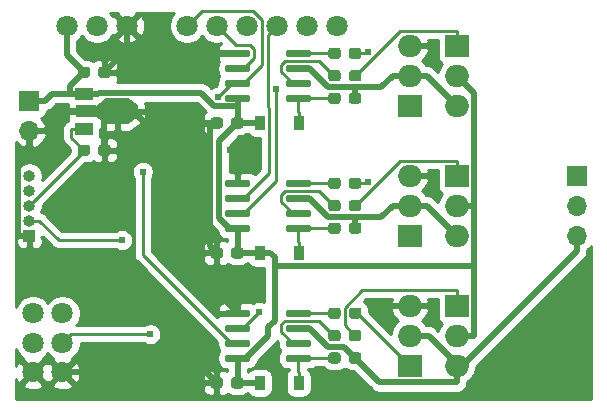
<source format=gbl>
G04 #@! TF.GenerationSoftware,KiCad,Pcbnew,(5.1.9-0-10_14)*
G04 #@! TF.CreationDate,2021-04-27T22:18:25+09:00*
G04 #@! TF.ProjectId,BldcDriver,426c6463-4472-4697-9665-722e6b696361,3.2*
G04 #@! TF.SameCoordinates,Original*
G04 #@! TF.FileFunction,Copper,L2,Bot*
G04 #@! TF.FilePolarity,Positive*
%FSLAX46Y46*%
G04 Gerber Fmt 4.6, Leading zero omitted, Abs format (unit mm)*
G04 Created by KiCad (PCBNEW (5.1.9-0-10_14)) date 2021-04-27 22:18:25*
%MOMM*%
%LPD*%
G01*
G04 APERTURE LIST*
G04 #@! TA.AperFunction,ComponentPad*
%ADD10O,1.700000X1.700000*%
G04 #@! TD*
G04 #@! TA.AperFunction,ComponentPad*
%ADD11R,1.700000X1.700000*%
G04 #@! TD*
G04 #@! TA.AperFunction,SMDPad,CuDef*
%ADD12C,0.100000*%
G04 #@! TD*
G04 #@! TA.AperFunction,SMDPad,CuDef*
%ADD13R,1.840000X2.200000*%
G04 #@! TD*
G04 #@! TA.AperFunction,SMDPad,CuDef*
%ADD14R,1.500000X1.000000*%
G04 #@! TD*
G04 #@! TA.AperFunction,SMDPad,CuDef*
%ADD15R,1.800000X1.000000*%
G04 #@! TD*
G04 #@! TA.AperFunction,ComponentPad*
%ADD16C,1.800000*%
G04 #@! TD*
G04 #@! TA.AperFunction,ComponentPad*
%ADD17O,1.000000X1.000000*%
G04 #@! TD*
G04 #@! TA.AperFunction,ComponentPad*
%ADD18R,1.000000X1.000000*%
G04 #@! TD*
G04 #@! TA.AperFunction,ComponentPad*
%ADD19O,2.000000X1.905000*%
G04 #@! TD*
G04 #@! TA.AperFunction,ComponentPad*
%ADD20R,2.000000X1.905000*%
G04 #@! TD*
G04 #@! TA.AperFunction,SMDPad,CuDef*
%ADD21R,0.900000X1.200000*%
G04 #@! TD*
G04 #@! TA.AperFunction,ViaPad*
%ADD22C,0.609600*%
G04 #@! TD*
G04 #@! TA.AperFunction,Conductor*
%ADD23C,0.254000*%
G04 #@! TD*
G04 #@! TA.AperFunction,Conductor*
%ADD24C,0.508000*%
G04 #@! TD*
G04 #@! TA.AperFunction,Conductor*
%ADD25C,0.100000*%
G04 #@! TD*
G04 APERTURE END LIST*
D10*
X10160000Y-2540000D03*
X10160000Y0D03*
D11*
X10160000Y2540000D03*
D10*
X-36195000Y6350000D03*
D11*
X-36195000Y8890000D03*
G04 #@! TA.AperFunction,SMDPad,CuDef*
D12*
G36*
X-30676200Y8400000D02*
G01*
X-29676200Y9100000D01*
X-29676200Y6900000D01*
X-30676200Y7600000D01*
X-30676200Y8400000D01*
G37*
G04 #@! TD.AperFunction*
D13*
X-28766500Y8000000D03*
D14*
X-31580000Y9500000D03*
D15*
X-31433500Y8000000D03*
D14*
X-31580000Y6500000D03*
G04 #@! TA.AperFunction,SMDPad,CuDef*
D12*
G36*
X-27008000Y7500000D02*
G01*
X-27858000Y6900000D01*
X-27858000Y9100000D01*
X-27008000Y8500000D01*
X-27008000Y7500000D01*
G37*
G04 #@! TD.AperFunction*
G04 #@! TA.AperFunction,SMDPad,CuDef*
G36*
G01*
X-19650000Y-13055000D02*
X-19650000Y-12755000D01*
G75*
G02*
X-19500000Y-12605000I150000J0D01*
G01*
X-17650000Y-12605000D01*
G75*
G02*
X-17500000Y-12755000I0J-150000D01*
G01*
X-17500000Y-13055000D01*
G75*
G02*
X-17650000Y-13205000I-150000J0D01*
G01*
X-19500000Y-13205000D01*
G75*
G02*
X-19650000Y-13055000I0J150000D01*
G01*
G37*
G04 #@! TD.AperFunction*
G04 #@! TA.AperFunction,SMDPad,CuDef*
G36*
G01*
X-19650000Y-11785000D02*
X-19650000Y-11485000D01*
G75*
G02*
X-19500000Y-11335000I150000J0D01*
G01*
X-17650000Y-11335000D01*
G75*
G02*
X-17500000Y-11485000I0J-150000D01*
G01*
X-17500000Y-11785000D01*
G75*
G02*
X-17650000Y-11935000I-150000J0D01*
G01*
X-19500000Y-11935000D01*
G75*
G02*
X-19650000Y-11785000I0J150000D01*
G01*
G37*
G04 #@! TD.AperFunction*
G04 #@! TA.AperFunction,SMDPad,CuDef*
G36*
G01*
X-19650000Y-10515000D02*
X-19650000Y-10215000D01*
G75*
G02*
X-19500000Y-10065000I150000J0D01*
G01*
X-17650000Y-10065000D01*
G75*
G02*
X-17500000Y-10215000I0J-150000D01*
G01*
X-17500000Y-10515000D01*
G75*
G02*
X-17650000Y-10665000I-150000J0D01*
G01*
X-19500000Y-10665000D01*
G75*
G02*
X-19650000Y-10515000I0J150000D01*
G01*
G37*
G04 #@! TD.AperFunction*
G04 #@! TA.AperFunction,SMDPad,CuDef*
G36*
G01*
X-19650000Y-9245000D02*
X-19650000Y-8945000D01*
G75*
G02*
X-19500000Y-8795000I150000J0D01*
G01*
X-17650000Y-8795000D01*
G75*
G02*
X-17500000Y-8945000I0J-150000D01*
G01*
X-17500000Y-9245000D01*
G75*
G02*
X-17650000Y-9395000I-150000J0D01*
G01*
X-19500000Y-9395000D01*
G75*
G02*
X-19650000Y-9245000I0J150000D01*
G01*
G37*
G04 #@! TD.AperFunction*
G04 #@! TA.AperFunction,SMDPad,CuDef*
G36*
G01*
X-14500000Y-9245000D02*
X-14500000Y-8945000D01*
G75*
G02*
X-14350000Y-8795000I150000J0D01*
G01*
X-12500000Y-8795000D01*
G75*
G02*
X-12350000Y-8945000I0J-150000D01*
G01*
X-12350000Y-9245000D01*
G75*
G02*
X-12500000Y-9395000I-150000J0D01*
G01*
X-14350000Y-9395000D01*
G75*
G02*
X-14500000Y-9245000I0J150000D01*
G01*
G37*
G04 #@! TD.AperFunction*
G04 #@! TA.AperFunction,SMDPad,CuDef*
G36*
G01*
X-14500000Y-10515000D02*
X-14500000Y-10215000D01*
G75*
G02*
X-14350000Y-10065000I150000J0D01*
G01*
X-12500000Y-10065000D01*
G75*
G02*
X-12350000Y-10215000I0J-150000D01*
G01*
X-12350000Y-10515000D01*
G75*
G02*
X-12500000Y-10665000I-150000J0D01*
G01*
X-14350000Y-10665000D01*
G75*
G02*
X-14500000Y-10515000I0J150000D01*
G01*
G37*
G04 #@! TD.AperFunction*
G04 #@! TA.AperFunction,SMDPad,CuDef*
G36*
G01*
X-14500000Y-11785000D02*
X-14500000Y-11485000D01*
G75*
G02*
X-14350000Y-11335000I150000J0D01*
G01*
X-12500000Y-11335000D01*
G75*
G02*
X-12350000Y-11485000I0J-150000D01*
G01*
X-12350000Y-11785000D01*
G75*
G02*
X-12500000Y-11935000I-150000J0D01*
G01*
X-14350000Y-11935000D01*
G75*
G02*
X-14500000Y-11785000I0J150000D01*
G01*
G37*
G04 #@! TD.AperFunction*
G04 #@! TA.AperFunction,SMDPad,CuDef*
G36*
G01*
X-14500000Y-13055000D02*
X-14500000Y-12755000D01*
G75*
G02*
X-14350000Y-12605000I150000J0D01*
G01*
X-12500000Y-12605000D01*
G75*
G02*
X-12350000Y-12755000I0J-150000D01*
G01*
X-12350000Y-13055000D01*
G75*
G02*
X-12500000Y-13205000I-150000J0D01*
G01*
X-14350000Y-13205000D01*
G75*
G02*
X-14500000Y-13055000I0J150000D01*
G01*
G37*
G04 #@! TD.AperFunction*
G04 #@! TA.AperFunction,SMDPad,CuDef*
G36*
G01*
X-14500000Y-2055000D02*
X-14500000Y-1755000D01*
G75*
G02*
X-14350000Y-1605000I150000J0D01*
G01*
X-12500000Y-1605000D01*
G75*
G02*
X-12350000Y-1755000I0J-150000D01*
G01*
X-12350000Y-2055000D01*
G75*
G02*
X-12500000Y-2205000I-150000J0D01*
G01*
X-14350000Y-2205000D01*
G75*
G02*
X-14500000Y-2055000I0J150000D01*
G01*
G37*
G04 #@! TD.AperFunction*
G04 #@! TA.AperFunction,SMDPad,CuDef*
G36*
G01*
X-14500000Y-785000D02*
X-14500000Y-485000D01*
G75*
G02*
X-14350000Y-335000I150000J0D01*
G01*
X-12500000Y-335000D01*
G75*
G02*
X-12350000Y-485000I0J-150000D01*
G01*
X-12350000Y-785000D01*
G75*
G02*
X-12500000Y-935000I-150000J0D01*
G01*
X-14350000Y-935000D01*
G75*
G02*
X-14500000Y-785000I0J150000D01*
G01*
G37*
G04 #@! TD.AperFunction*
G04 #@! TA.AperFunction,SMDPad,CuDef*
G36*
G01*
X-14500000Y485000D02*
X-14500000Y785000D01*
G75*
G02*
X-14350000Y935000I150000J0D01*
G01*
X-12500000Y935000D01*
G75*
G02*
X-12350000Y785000I0J-150000D01*
G01*
X-12350000Y485000D01*
G75*
G02*
X-12500000Y335000I-150000J0D01*
G01*
X-14350000Y335000D01*
G75*
G02*
X-14500000Y485000I0J150000D01*
G01*
G37*
G04 #@! TD.AperFunction*
G04 #@! TA.AperFunction,SMDPad,CuDef*
G36*
G01*
X-14500000Y1755000D02*
X-14500000Y2055000D01*
G75*
G02*
X-14350000Y2205000I150000J0D01*
G01*
X-12500000Y2205000D01*
G75*
G02*
X-12350000Y2055000I0J-150000D01*
G01*
X-12350000Y1755000D01*
G75*
G02*
X-12500000Y1605000I-150000J0D01*
G01*
X-14350000Y1605000D01*
G75*
G02*
X-14500000Y1755000I0J150000D01*
G01*
G37*
G04 #@! TD.AperFunction*
G04 #@! TA.AperFunction,SMDPad,CuDef*
G36*
G01*
X-19650000Y1755000D02*
X-19650000Y2055000D01*
G75*
G02*
X-19500000Y2205000I150000J0D01*
G01*
X-17650000Y2205000D01*
G75*
G02*
X-17500000Y2055000I0J-150000D01*
G01*
X-17500000Y1755000D01*
G75*
G02*
X-17650000Y1605000I-150000J0D01*
G01*
X-19500000Y1605000D01*
G75*
G02*
X-19650000Y1755000I0J150000D01*
G01*
G37*
G04 #@! TD.AperFunction*
G04 #@! TA.AperFunction,SMDPad,CuDef*
G36*
G01*
X-19650000Y485000D02*
X-19650000Y785000D01*
G75*
G02*
X-19500000Y935000I150000J0D01*
G01*
X-17650000Y935000D01*
G75*
G02*
X-17500000Y785000I0J-150000D01*
G01*
X-17500000Y485000D01*
G75*
G02*
X-17650000Y335000I-150000J0D01*
G01*
X-19500000Y335000D01*
G75*
G02*
X-19650000Y485000I0J150000D01*
G01*
G37*
G04 #@! TD.AperFunction*
G04 #@! TA.AperFunction,SMDPad,CuDef*
G36*
G01*
X-19650000Y-785000D02*
X-19650000Y-485000D01*
G75*
G02*
X-19500000Y-335000I150000J0D01*
G01*
X-17650000Y-335000D01*
G75*
G02*
X-17500000Y-485000I0J-150000D01*
G01*
X-17500000Y-785000D01*
G75*
G02*
X-17650000Y-935000I-150000J0D01*
G01*
X-19500000Y-935000D01*
G75*
G02*
X-19650000Y-785000I0J150000D01*
G01*
G37*
G04 #@! TD.AperFunction*
G04 #@! TA.AperFunction,SMDPad,CuDef*
G36*
G01*
X-19650000Y-2055000D02*
X-19650000Y-1755000D01*
G75*
G02*
X-19500000Y-1605000I150000J0D01*
G01*
X-17650000Y-1605000D01*
G75*
G02*
X-17500000Y-1755000I0J-150000D01*
G01*
X-17500000Y-2055000D01*
G75*
G02*
X-17650000Y-2205000I-150000J0D01*
G01*
X-19500000Y-2205000D01*
G75*
G02*
X-19650000Y-2055000I0J150000D01*
G01*
G37*
G04 #@! TD.AperFunction*
G04 #@! TA.AperFunction,SMDPad,CuDef*
G36*
G01*
X-19650000Y8945000D02*
X-19650000Y9245000D01*
G75*
G02*
X-19500000Y9395000I150000J0D01*
G01*
X-17650000Y9395000D01*
G75*
G02*
X-17500000Y9245000I0J-150000D01*
G01*
X-17500000Y8945000D01*
G75*
G02*
X-17650000Y8795000I-150000J0D01*
G01*
X-19500000Y8795000D01*
G75*
G02*
X-19650000Y8945000I0J150000D01*
G01*
G37*
G04 #@! TD.AperFunction*
G04 #@! TA.AperFunction,SMDPad,CuDef*
G36*
G01*
X-19650000Y10215000D02*
X-19650000Y10515000D01*
G75*
G02*
X-19500000Y10665000I150000J0D01*
G01*
X-17650000Y10665000D01*
G75*
G02*
X-17500000Y10515000I0J-150000D01*
G01*
X-17500000Y10215000D01*
G75*
G02*
X-17650000Y10065000I-150000J0D01*
G01*
X-19500000Y10065000D01*
G75*
G02*
X-19650000Y10215000I0J150000D01*
G01*
G37*
G04 #@! TD.AperFunction*
G04 #@! TA.AperFunction,SMDPad,CuDef*
G36*
G01*
X-19650000Y11485000D02*
X-19650000Y11785000D01*
G75*
G02*
X-19500000Y11935000I150000J0D01*
G01*
X-17650000Y11935000D01*
G75*
G02*
X-17500000Y11785000I0J-150000D01*
G01*
X-17500000Y11485000D01*
G75*
G02*
X-17650000Y11335000I-150000J0D01*
G01*
X-19500000Y11335000D01*
G75*
G02*
X-19650000Y11485000I0J150000D01*
G01*
G37*
G04 #@! TD.AperFunction*
G04 #@! TA.AperFunction,SMDPad,CuDef*
G36*
G01*
X-19650000Y12755000D02*
X-19650000Y13055000D01*
G75*
G02*
X-19500000Y13205000I150000J0D01*
G01*
X-17650000Y13205000D01*
G75*
G02*
X-17500000Y13055000I0J-150000D01*
G01*
X-17500000Y12755000D01*
G75*
G02*
X-17650000Y12605000I-150000J0D01*
G01*
X-19500000Y12605000D01*
G75*
G02*
X-19650000Y12755000I0J150000D01*
G01*
G37*
G04 #@! TD.AperFunction*
G04 #@! TA.AperFunction,SMDPad,CuDef*
G36*
G01*
X-14500000Y12755000D02*
X-14500000Y13055000D01*
G75*
G02*
X-14350000Y13205000I150000J0D01*
G01*
X-12500000Y13205000D01*
G75*
G02*
X-12350000Y13055000I0J-150000D01*
G01*
X-12350000Y12755000D01*
G75*
G02*
X-12500000Y12605000I-150000J0D01*
G01*
X-14350000Y12605000D01*
G75*
G02*
X-14500000Y12755000I0J150000D01*
G01*
G37*
G04 #@! TD.AperFunction*
G04 #@! TA.AperFunction,SMDPad,CuDef*
G36*
G01*
X-14500000Y11485000D02*
X-14500000Y11785000D01*
G75*
G02*
X-14350000Y11935000I150000J0D01*
G01*
X-12500000Y11935000D01*
G75*
G02*
X-12350000Y11785000I0J-150000D01*
G01*
X-12350000Y11485000D01*
G75*
G02*
X-12500000Y11335000I-150000J0D01*
G01*
X-14350000Y11335000D01*
G75*
G02*
X-14500000Y11485000I0J150000D01*
G01*
G37*
G04 #@! TD.AperFunction*
G04 #@! TA.AperFunction,SMDPad,CuDef*
G36*
G01*
X-14500000Y10215000D02*
X-14500000Y10515000D01*
G75*
G02*
X-14350000Y10665000I150000J0D01*
G01*
X-12500000Y10665000D01*
G75*
G02*
X-12350000Y10515000I0J-150000D01*
G01*
X-12350000Y10215000D01*
G75*
G02*
X-12500000Y10065000I-150000J0D01*
G01*
X-14350000Y10065000D01*
G75*
G02*
X-14500000Y10215000I0J150000D01*
G01*
G37*
G04 #@! TD.AperFunction*
G04 #@! TA.AperFunction,SMDPad,CuDef*
G36*
G01*
X-14500000Y8945000D02*
X-14500000Y9245000D01*
G75*
G02*
X-14350000Y9395000I150000J0D01*
G01*
X-12500000Y9395000D01*
G75*
G02*
X-12350000Y9245000I0J-150000D01*
G01*
X-12350000Y8945000D01*
G75*
G02*
X-12500000Y8795000I-150000J0D01*
G01*
X-14350000Y8795000D01*
G75*
G02*
X-14500000Y8945000I0J150000D01*
G01*
G37*
G04 #@! TD.AperFunction*
D16*
X-10160000Y15240000D03*
X-12700000Y15240000D03*
X-15240000Y15240000D03*
X-17780000Y15240000D03*
X-20320000Y15240000D03*
X-22860000Y15240000D03*
X-30480000Y15240000D03*
X-27940000Y15240000D03*
X-33020000Y15240000D03*
D17*
X-36195000Y2540000D03*
X-36195000Y1270000D03*
X-36195000Y0D03*
X-36195000Y-1270000D03*
D18*
X-36195000Y-2540000D03*
D19*
X-4000000Y-8460000D03*
X-4000000Y-11000000D03*
D20*
X-4000000Y-13540000D03*
D19*
X0Y-13540000D03*
X0Y-11000000D03*
D20*
X0Y-8460000D03*
D19*
X-4000000Y2540000D03*
X-4000000Y0D03*
D20*
X-4000000Y-2540000D03*
D19*
X0Y-2540000D03*
X0Y0D03*
D20*
X0Y2540000D03*
D19*
X-4000000Y13540000D03*
X-4000000Y11000000D03*
D20*
X-4000000Y8460000D03*
D19*
X0Y8460000D03*
X0Y11000000D03*
D20*
X0Y13540000D03*
D16*
X-33400000Y-9100000D03*
X-33400000Y-11600000D03*
X-33400000Y-14100000D03*
X-35900000Y-9100000D03*
X-35900000Y-11600000D03*
X-35900000Y-14100000D03*
G04 #@! TA.AperFunction,SMDPad,CuDef*
G36*
G01*
X-9850000Y-8862500D02*
X-9850000Y-9337500D01*
G75*
G02*
X-10087500Y-9575000I-237500J0D01*
G01*
X-10662500Y-9575000D01*
G75*
G02*
X-10900000Y-9337500I0J237500D01*
G01*
X-10900000Y-8862500D01*
G75*
G02*
X-10662500Y-8625000I237500J0D01*
G01*
X-10087500Y-8625000D01*
G75*
G02*
X-9850000Y-8862500I0J-237500D01*
G01*
G37*
G04 #@! TD.AperFunction*
G04 #@! TA.AperFunction,SMDPad,CuDef*
G36*
G01*
X-8100000Y-8862500D02*
X-8100000Y-9337500D01*
G75*
G02*
X-8337500Y-9575000I-237500J0D01*
G01*
X-8912500Y-9575000D01*
G75*
G02*
X-9150000Y-9337500I0J237500D01*
G01*
X-9150000Y-8862500D01*
G75*
G02*
X-8912500Y-8625000I237500J0D01*
G01*
X-8337500Y-8625000D01*
G75*
G02*
X-8100000Y-8862500I0J-237500D01*
G01*
G37*
G04 #@! TD.AperFunction*
G04 #@! TA.AperFunction,SMDPad,CuDef*
G36*
G01*
X-9850000Y-10762500D02*
X-9850000Y-11237500D01*
G75*
G02*
X-10087500Y-11475000I-237500J0D01*
G01*
X-10662500Y-11475000D01*
G75*
G02*
X-10900000Y-11237500I0J237500D01*
G01*
X-10900000Y-10762500D01*
G75*
G02*
X-10662500Y-10525000I237500J0D01*
G01*
X-10087500Y-10525000D01*
G75*
G02*
X-9850000Y-10762500I0J-237500D01*
G01*
G37*
G04 #@! TD.AperFunction*
G04 #@! TA.AperFunction,SMDPad,CuDef*
G36*
G01*
X-8100000Y-10762500D02*
X-8100000Y-11237500D01*
G75*
G02*
X-8337500Y-11475000I-237500J0D01*
G01*
X-8912500Y-11475000D01*
G75*
G02*
X-9150000Y-11237500I0J237500D01*
G01*
X-9150000Y-10762500D01*
G75*
G02*
X-8912500Y-10525000I237500J0D01*
G01*
X-8337500Y-10525000D01*
G75*
G02*
X-8100000Y-10762500I0J-237500D01*
G01*
G37*
G04 #@! TD.AperFunction*
G04 #@! TA.AperFunction,SMDPad,CuDef*
G36*
G01*
X-9850000Y2137500D02*
X-9850000Y1662500D01*
G75*
G02*
X-10087500Y1425000I-237500J0D01*
G01*
X-10662500Y1425000D01*
G75*
G02*
X-10900000Y1662500I0J237500D01*
G01*
X-10900000Y2137500D01*
G75*
G02*
X-10662500Y2375000I237500J0D01*
G01*
X-10087500Y2375000D01*
G75*
G02*
X-9850000Y2137500I0J-237500D01*
G01*
G37*
G04 #@! TD.AperFunction*
G04 #@! TA.AperFunction,SMDPad,CuDef*
G36*
G01*
X-8100000Y2137500D02*
X-8100000Y1662500D01*
G75*
G02*
X-8337500Y1425000I-237500J0D01*
G01*
X-8912500Y1425000D01*
G75*
G02*
X-9150000Y1662500I0J237500D01*
G01*
X-9150000Y2137500D01*
G75*
G02*
X-8912500Y2375000I237500J0D01*
G01*
X-8337500Y2375000D01*
G75*
G02*
X-8100000Y2137500I0J-237500D01*
G01*
G37*
G04 #@! TD.AperFunction*
G04 #@! TA.AperFunction,SMDPad,CuDef*
G36*
G01*
X-9850000Y237500D02*
X-9850000Y-237500D01*
G75*
G02*
X-10087500Y-475000I-237500J0D01*
G01*
X-10662500Y-475000D01*
G75*
G02*
X-10900000Y-237500I0J237500D01*
G01*
X-10900000Y237500D01*
G75*
G02*
X-10662500Y475000I237500J0D01*
G01*
X-10087500Y475000D01*
G75*
G02*
X-9850000Y237500I0J-237500D01*
G01*
G37*
G04 #@! TD.AperFunction*
G04 #@! TA.AperFunction,SMDPad,CuDef*
G36*
G01*
X-8100000Y237500D02*
X-8100000Y-237500D01*
G75*
G02*
X-8337500Y-475000I-237500J0D01*
G01*
X-8912500Y-475000D01*
G75*
G02*
X-9150000Y-237500I0J237500D01*
G01*
X-9150000Y237500D01*
G75*
G02*
X-8912500Y475000I237500J0D01*
G01*
X-8337500Y475000D01*
G75*
G02*
X-8100000Y237500I0J-237500D01*
G01*
G37*
G04 #@! TD.AperFunction*
G04 #@! TA.AperFunction,SMDPad,CuDef*
G36*
G01*
X-9850000Y13137500D02*
X-9850000Y12662500D01*
G75*
G02*
X-10087500Y12425000I-237500J0D01*
G01*
X-10662500Y12425000D01*
G75*
G02*
X-10900000Y12662500I0J237500D01*
G01*
X-10900000Y13137500D01*
G75*
G02*
X-10662500Y13375000I237500J0D01*
G01*
X-10087500Y13375000D01*
G75*
G02*
X-9850000Y13137500I0J-237500D01*
G01*
G37*
G04 #@! TD.AperFunction*
G04 #@! TA.AperFunction,SMDPad,CuDef*
G36*
G01*
X-8100000Y13137500D02*
X-8100000Y12662500D01*
G75*
G02*
X-8337500Y12425000I-237500J0D01*
G01*
X-8912500Y12425000D01*
G75*
G02*
X-9150000Y12662500I0J237500D01*
G01*
X-9150000Y13137500D01*
G75*
G02*
X-8912500Y13375000I237500J0D01*
G01*
X-8337500Y13375000D01*
G75*
G02*
X-8100000Y13137500I0J-237500D01*
G01*
G37*
G04 #@! TD.AperFunction*
G04 #@! TA.AperFunction,SMDPad,CuDef*
G36*
G01*
X-9850000Y11237500D02*
X-9850000Y10762500D01*
G75*
G02*
X-10087500Y10525000I-237500J0D01*
G01*
X-10662500Y10525000D01*
G75*
G02*
X-10900000Y10762500I0J237500D01*
G01*
X-10900000Y11237500D01*
G75*
G02*
X-10662500Y11475000I237500J0D01*
G01*
X-10087500Y11475000D01*
G75*
G02*
X-9850000Y11237500I0J-237500D01*
G01*
G37*
G04 #@! TD.AperFunction*
G04 #@! TA.AperFunction,SMDPad,CuDef*
G36*
G01*
X-8100000Y11237500D02*
X-8100000Y10762500D01*
G75*
G02*
X-8337500Y10525000I-237500J0D01*
G01*
X-8912500Y10525000D01*
G75*
G02*
X-9150000Y10762500I0J237500D01*
G01*
X-9150000Y11237500D01*
G75*
G02*
X-8912500Y11475000I237500J0D01*
G01*
X-8337500Y11475000D01*
G75*
G02*
X-8100000Y11237500I0J-237500D01*
G01*
G37*
G04 #@! TD.AperFunction*
D21*
X-16700000Y-15000000D03*
X-13400000Y-15000000D03*
X-16700000Y-4000000D03*
X-13400000Y-4000000D03*
X-16700000Y7000000D03*
X-13400000Y7000000D03*
G04 #@! TA.AperFunction,SMDPad,CuDef*
G36*
G01*
X-30375000Y4462500D02*
X-30375000Y4937500D01*
G75*
G02*
X-30137500Y5175000I237500J0D01*
G01*
X-29562500Y5175000D01*
G75*
G02*
X-29325000Y4937500I0J-237500D01*
G01*
X-29325000Y4462500D01*
G75*
G02*
X-29562500Y4225000I-237500J0D01*
G01*
X-30137500Y4225000D01*
G75*
G02*
X-30375000Y4462500I0J237500D01*
G01*
G37*
G04 #@! TD.AperFunction*
G04 #@! TA.AperFunction,SMDPad,CuDef*
G36*
G01*
X-32125000Y4462500D02*
X-32125000Y4937500D01*
G75*
G02*
X-31887500Y5175000I237500J0D01*
G01*
X-31312500Y5175000D01*
G75*
G02*
X-31075000Y4937500I0J-237500D01*
G01*
X-31075000Y4462500D01*
G75*
G02*
X-31312500Y4225000I-237500J0D01*
G01*
X-31887500Y4225000D01*
G75*
G02*
X-32125000Y4462500I0J237500D01*
G01*
G37*
G04 #@! TD.AperFunction*
G04 #@! TA.AperFunction,SMDPad,CuDef*
G36*
G01*
X-30375000Y11062500D02*
X-30375000Y11537500D01*
G75*
G02*
X-30137500Y11775000I237500J0D01*
G01*
X-29562500Y11775000D01*
G75*
G02*
X-29325000Y11537500I0J-237500D01*
G01*
X-29325000Y11062500D01*
G75*
G02*
X-29562500Y10825000I-237500J0D01*
G01*
X-30137500Y10825000D01*
G75*
G02*
X-30375000Y11062500I0J237500D01*
G01*
G37*
G04 #@! TD.AperFunction*
G04 #@! TA.AperFunction,SMDPad,CuDef*
G36*
G01*
X-32125000Y11062500D02*
X-32125000Y11537500D01*
G75*
G02*
X-31887500Y11775000I237500J0D01*
G01*
X-31312500Y11775000D01*
G75*
G02*
X-31075000Y11537500I0J-237500D01*
G01*
X-31075000Y11062500D01*
G75*
G02*
X-31312500Y10825000I-237500J0D01*
G01*
X-31887500Y10825000D01*
G75*
G02*
X-32125000Y11062500I0J237500D01*
G01*
G37*
G04 #@! TD.AperFunction*
G04 #@! TA.AperFunction,SMDPad,CuDef*
G36*
G01*
X-9150000Y-13137500D02*
X-9150000Y-12662500D01*
G75*
G02*
X-8912500Y-12425000I237500J0D01*
G01*
X-8337500Y-12425000D01*
G75*
G02*
X-8100000Y-12662500I0J-237500D01*
G01*
X-8100000Y-13137500D01*
G75*
G02*
X-8337500Y-13375000I-237500J0D01*
G01*
X-8912500Y-13375000D01*
G75*
G02*
X-9150000Y-13137500I0J237500D01*
G01*
G37*
G04 #@! TD.AperFunction*
G04 #@! TA.AperFunction,SMDPad,CuDef*
G36*
G01*
X-10900000Y-13137500D02*
X-10900000Y-12662500D01*
G75*
G02*
X-10662500Y-12425000I237500J0D01*
G01*
X-10087500Y-12425000D01*
G75*
G02*
X-9850000Y-12662500I0J-237500D01*
G01*
X-9850000Y-13137500D01*
G75*
G02*
X-10087500Y-13375000I-237500J0D01*
G01*
X-10662500Y-13375000D01*
G75*
G02*
X-10900000Y-13137500I0J237500D01*
G01*
G37*
G04 #@! TD.AperFunction*
G04 #@! TA.AperFunction,SMDPad,CuDef*
G36*
G01*
X-9150000Y-2137500D02*
X-9150000Y-1662500D01*
G75*
G02*
X-8912500Y-1425000I237500J0D01*
G01*
X-8337500Y-1425000D01*
G75*
G02*
X-8100000Y-1662500I0J-237500D01*
G01*
X-8100000Y-2137500D01*
G75*
G02*
X-8337500Y-2375000I-237500J0D01*
G01*
X-8912500Y-2375000D01*
G75*
G02*
X-9150000Y-2137500I0J237500D01*
G01*
G37*
G04 #@! TD.AperFunction*
G04 #@! TA.AperFunction,SMDPad,CuDef*
G36*
G01*
X-10900000Y-2137500D02*
X-10900000Y-1662500D01*
G75*
G02*
X-10662500Y-1425000I237500J0D01*
G01*
X-10087500Y-1425000D01*
G75*
G02*
X-9850000Y-1662500I0J-237500D01*
G01*
X-9850000Y-2137500D01*
G75*
G02*
X-10087500Y-2375000I-237500J0D01*
G01*
X-10662500Y-2375000D01*
G75*
G02*
X-10900000Y-2137500I0J237500D01*
G01*
G37*
G04 #@! TD.AperFunction*
G04 #@! TA.AperFunction,SMDPad,CuDef*
G36*
G01*
X-9150000Y8862500D02*
X-9150000Y9337500D01*
G75*
G02*
X-8912500Y9575000I237500J0D01*
G01*
X-8337500Y9575000D01*
G75*
G02*
X-8100000Y9337500I0J-237500D01*
G01*
X-8100000Y8862500D01*
G75*
G02*
X-8337500Y8625000I-237500J0D01*
G01*
X-8912500Y8625000D01*
G75*
G02*
X-9150000Y8862500I0J237500D01*
G01*
G37*
G04 #@! TD.AperFunction*
G04 #@! TA.AperFunction,SMDPad,CuDef*
G36*
G01*
X-10900000Y8862500D02*
X-10900000Y9337500D01*
G75*
G02*
X-10662500Y9575000I237500J0D01*
G01*
X-10087500Y9575000D01*
G75*
G02*
X-9850000Y9337500I0J-237500D01*
G01*
X-9850000Y8862500D01*
G75*
G02*
X-10087500Y8625000I-237500J0D01*
G01*
X-10662500Y8625000D01*
G75*
G02*
X-10900000Y8862500I0J237500D01*
G01*
G37*
G04 #@! TD.AperFunction*
G04 #@! TA.AperFunction,SMDPad,CuDef*
G36*
G01*
X-19825000Y-14762500D02*
X-19825000Y-15237500D01*
G75*
G02*
X-20062500Y-15475000I-237500J0D01*
G01*
X-20637500Y-15475000D01*
G75*
G02*
X-20875000Y-15237500I0J237500D01*
G01*
X-20875000Y-14762500D01*
G75*
G02*
X-20637500Y-14525000I237500J0D01*
G01*
X-20062500Y-14525000D01*
G75*
G02*
X-19825000Y-14762500I0J-237500D01*
G01*
G37*
G04 #@! TD.AperFunction*
G04 #@! TA.AperFunction,SMDPad,CuDef*
G36*
G01*
X-18075000Y-14762500D02*
X-18075000Y-15237500D01*
G75*
G02*
X-18312500Y-15475000I-237500J0D01*
G01*
X-18887500Y-15475000D01*
G75*
G02*
X-19125000Y-15237500I0J237500D01*
G01*
X-19125000Y-14762500D01*
G75*
G02*
X-18887500Y-14525000I237500J0D01*
G01*
X-18312500Y-14525000D01*
G75*
G02*
X-18075000Y-14762500I0J-237500D01*
G01*
G37*
G04 #@! TD.AperFunction*
G04 #@! TA.AperFunction,SMDPad,CuDef*
G36*
G01*
X-19825000Y-3762500D02*
X-19825000Y-4237500D01*
G75*
G02*
X-20062500Y-4475000I-237500J0D01*
G01*
X-20637500Y-4475000D01*
G75*
G02*
X-20875000Y-4237500I0J237500D01*
G01*
X-20875000Y-3762500D01*
G75*
G02*
X-20637500Y-3525000I237500J0D01*
G01*
X-20062500Y-3525000D01*
G75*
G02*
X-19825000Y-3762500I0J-237500D01*
G01*
G37*
G04 #@! TD.AperFunction*
G04 #@! TA.AperFunction,SMDPad,CuDef*
G36*
G01*
X-18075000Y-3762500D02*
X-18075000Y-4237500D01*
G75*
G02*
X-18312500Y-4475000I-237500J0D01*
G01*
X-18887500Y-4475000D01*
G75*
G02*
X-19125000Y-4237500I0J237500D01*
G01*
X-19125000Y-3762500D01*
G75*
G02*
X-18887500Y-3525000I237500J0D01*
G01*
X-18312500Y-3525000D01*
G75*
G02*
X-18075000Y-3762500I0J-237500D01*
G01*
G37*
G04 #@! TD.AperFunction*
G04 #@! TA.AperFunction,SMDPad,CuDef*
G36*
G01*
X-19825000Y7237500D02*
X-19825000Y6762500D01*
G75*
G02*
X-20062500Y6525000I-237500J0D01*
G01*
X-20637500Y6525000D01*
G75*
G02*
X-20875000Y6762500I0J237500D01*
G01*
X-20875000Y7237500D01*
G75*
G02*
X-20637500Y7475000I237500J0D01*
G01*
X-20062500Y7475000D01*
G75*
G02*
X-19825000Y7237500I0J-237500D01*
G01*
G37*
G04 #@! TD.AperFunction*
G04 #@! TA.AperFunction,SMDPad,CuDef*
G36*
G01*
X-18075000Y7237500D02*
X-18075000Y6762500D01*
G75*
G02*
X-18312500Y6525000I-237500J0D01*
G01*
X-18887500Y6525000D01*
G75*
G02*
X-19125000Y6762500I0J237500D01*
G01*
X-19125000Y7237500D01*
G75*
G02*
X-18887500Y7475000I237500J0D01*
G01*
X-18312500Y7475000D01*
G75*
G02*
X-18075000Y7237500I0J-237500D01*
G01*
G37*
G04 #@! TD.AperFunction*
D22*
X-19242300Y4710800D03*
X-21044300Y3305700D03*
X-7554500Y13013900D03*
X-7567900Y1987800D03*
X-28354900Y-2912500D03*
X-20214500Y9225100D03*
X-15357800Y9860400D03*
X-26600000Y2884300D03*
X-16733200Y-9008300D03*
X-25967000Y-10880800D03*
D23*
X-10375000Y9100000D02*
X-13420000Y9100000D01*
X-13420000Y9100000D02*
X-13425000Y9095000D01*
X-13400000Y7000000D02*
X-13400000Y7930500D01*
X-13400000Y7930500D02*
X-13425000Y7955500D01*
X-13425000Y7955500D02*
X-13425000Y9095000D01*
X-10375000Y-1900000D02*
X-13420000Y-1900000D01*
X-13420000Y-1900000D02*
X-13425000Y-1905000D01*
X-13400000Y-4000000D02*
X-13400000Y-3069500D01*
X-13400000Y-3069500D02*
X-13425000Y-3044500D01*
X-13425000Y-3044500D02*
X-13425000Y-1905000D01*
X-13425000Y-12905000D02*
X-10380000Y-12905000D01*
X-10380000Y-12905000D02*
X-10375000Y-12900000D01*
X-13400000Y-14069500D02*
X-13425000Y-14044500D01*
X-13425000Y-14044500D02*
X-13425000Y-12905000D01*
X-13400000Y-15000000D02*
X-13400000Y-14069500D01*
D24*
X-18575000Y-14975000D02*
X-18600000Y-15000000D01*
X-18575000Y-12905000D02*
X-18575000Y-14975000D01*
X-16700000Y-15000000D02*
X-18550000Y-15000000D01*
X-18550000Y-15000000D02*
X-18575000Y-14975000D01*
X-15439900Y-5112300D02*
X-15439900Y-9718800D01*
X-15439900Y-9718800D02*
X-15997600Y-10276500D01*
X-15997600Y-10276500D02*
X-15997600Y-11005500D01*
X-15997600Y-11005500D02*
X-17897100Y-12905000D01*
X-17897100Y-12905000D02*
X-18575000Y-12905000D01*
X-15792500Y-4000000D02*
X-15439900Y-4352600D01*
X-15439900Y-4352600D02*
X-15439900Y-5112300D01*
X1457500Y-5112300D02*
X-15439900Y-5112300D01*
X1457500Y-5112300D02*
X1457500Y-11000000D01*
X1368600Y0D02*
X1457500Y-88900D01*
X1457500Y-88900D02*
X1457500Y-5112300D01*
X-16700000Y-4000000D02*
X-15792500Y-4000000D01*
X0Y-11000000D02*
X1457500Y-11000000D01*
X1368600Y0D02*
X1457500Y88900D01*
X1457500Y88900D02*
X1457500Y9542500D01*
X1457500Y9542500D02*
X0Y11000000D01*
X1279600Y0D02*
X1368600Y0D01*
X-18575000Y-4000000D02*
X-16700000Y-4000000D01*
X-18575000Y8462800D02*
X-18575000Y9095000D01*
X-18575000Y7000000D02*
X-18575000Y8462800D01*
X-30372500Y9500000D02*
X-30289300Y9583200D01*
X-30289300Y9583200D02*
X-21650600Y9583200D01*
X-21650600Y9583200D02*
X-20530200Y8462800D01*
X-20530200Y8462800D02*
X-18575000Y8462800D01*
X-18575000Y7000000D02*
X-17607500Y7000000D01*
X-18600000Y7000000D02*
X-18575000Y7000000D01*
X-18575000Y-1905000D02*
X-19279600Y-1905000D01*
X-19279600Y-1905000D02*
X-20143300Y-1041300D01*
X-20143300Y-1041300D02*
X-20143300Y5456700D01*
X-20143300Y5456700D02*
X-18600000Y7000000D01*
X-16700000Y7000000D02*
X-17607500Y7000000D01*
X-18575000Y-4000000D02*
X-18575000Y-1905000D01*
X-36195000Y8890000D02*
X-34887500Y8890000D01*
X-34887500Y8890000D02*
X-34277500Y9500000D01*
X-34277500Y9500000D02*
X-32787500Y9500000D01*
X-31600000Y11300000D02*
X-32787500Y10112500D01*
X-32787500Y10112500D02*
X-32787500Y9500000D01*
X-31580000Y9500000D02*
X-32787500Y9500000D01*
X-31600000Y11300000D02*
X-33020000Y12720000D01*
X-33020000Y12720000D02*
X-33020000Y15240000D01*
X-31580000Y9500000D02*
X-30372500Y9500000D01*
X0Y0D02*
X1279600Y0D01*
X-18575000Y-4000000D02*
X-18600000Y-4000000D01*
X-18575000Y1905000D02*
X-18575000Y4043500D01*
X-18575000Y4043500D02*
X-19242300Y4710800D01*
X-31433500Y8000000D02*
X-30176200Y8000000D01*
X-34887500Y6350000D02*
X-33237500Y8000000D01*
X-33237500Y8000000D02*
X-31433500Y8000000D01*
X-27940000Y13210000D02*
X-27635000Y12905000D01*
X-27635000Y12905000D02*
X-18575000Y12905000D01*
X-27940000Y15240000D02*
X-27940000Y13210000D01*
X-27940000Y13210000D02*
X-29850000Y11300000D01*
X-20916100Y3305700D02*
X-20916100Y-3433900D01*
X-20916100Y-3433900D02*
X-20350000Y-4000000D01*
X-20916100Y7000000D02*
X-20916100Y3305700D01*
X-20916100Y3305700D02*
X-21044300Y3305700D01*
X-36195000Y-2540000D02*
X-37152500Y-2540000D01*
X-36195000Y6350000D02*
X-36195000Y5042500D01*
X-36195000Y6350000D02*
X-34887500Y6350000D01*
X-36195000Y5042500D02*
X-37152500Y4085000D01*
X-37152500Y4085000D02*
X-37152500Y-2540000D01*
X-20916100Y7000000D02*
X-20350000Y7000000D01*
X-27389000Y8000000D02*
X-26389000Y7000000D01*
X-26389000Y7000000D02*
X-20916100Y7000000D01*
X-33400000Y-14100000D02*
X-21250000Y-14100000D01*
X-21250000Y-14100000D02*
X-20350000Y-15000000D01*
X-18575000Y-9095000D02*
X-20350000Y-7320000D01*
X-20350000Y-7320000D02*
X-20350000Y-4000000D01*
X-29850000Y8000000D02*
X-28766500Y8000000D01*
X-30176200Y8000000D02*
X-29850000Y8000000D01*
X-29850000Y8000000D02*
X-29850000Y4700000D01*
X-28099700Y8000000D02*
X-28766500Y8000000D01*
X-28099700Y8000000D02*
X-27433000Y8000000D01*
X-27433000Y8000000D02*
X-27389000Y8000000D01*
D23*
X0Y13540000D02*
X0Y14823000D01*
X0Y14823000D02*
X-4802000Y14823000D01*
X-4802000Y14823000D02*
X-8625000Y11000000D01*
X-8625000Y12900000D02*
X-7668400Y12900000D01*
X-7668400Y12900000D02*
X-7554500Y13013900D01*
X0Y2540000D02*
X0Y3823000D01*
X0Y3823000D02*
X-4802000Y3823000D01*
X-4802000Y3823000D02*
X-8625000Y0D01*
X-8625000Y1900000D02*
X-7655700Y1900000D01*
X-7655700Y1900000D02*
X-7567900Y1987800D01*
X0Y-8460000D02*
X0Y-7177000D01*
X0Y-7177000D02*
X-8053000Y-7177000D01*
X-8053000Y-7177000D02*
X-9500000Y-8624000D01*
X-9500000Y-8624000D02*
X-9500000Y-10125000D01*
X-9500000Y-10125000D02*
X-8625000Y-11000000D01*
X-4000000Y-13540000D02*
X-8440000Y-9100000D01*
X-8440000Y-9100000D02*
X-8625000Y-9100000D01*
D24*
X-4000000Y11000000D02*
X-5457500Y11000000D01*
X-8625000Y10050000D02*
X-10941900Y10050000D01*
X-10941900Y10050000D02*
X-12526900Y11635000D01*
X-12526900Y11635000D02*
X-13425000Y11635000D01*
X-5457500Y11000000D02*
X-6407500Y10050000D01*
X-6407500Y10050000D02*
X-8625000Y10050000D01*
X-8625000Y10050000D02*
X-8625000Y9100000D01*
X0Y8460000D02*
X-2540000Y11000000D01*
X-2540000Y11000000D02*
X-4000000Y11000000D01*
X-4000000Y0D02*
X-5457500Y0D01*
X-8625000Y-950000D02*
X-10941900Y-950000D01*
X-10941900Y-950000D02*
X-12526900Y635000D01*
X-12526900Y635000D02*
X-13425000Y635000D01*
X-5457500Y0D02*
X-6407500Y-950000D01*
X-6407500Y-950000D02*
X-8625000Y-950000D01*
X-8625000Y-950000D02*
X-8625000Y-1900000D01*
X0Y-2540000D02*
X-2540000Y0D01*
X-2540000Y0D02*
X-4000000Y0D01*
X0Y-13540000D02*
X0Y-14950000D01*
X0Y-14950000D02*
X-6575000Y-14950000D01*
X-6575000Y-14950000D02*
X-8625000Y-12900000D01*
X0Y-13395100D02*
X0Y-13540000D01*
X0Y-13395100D02*
X-2395100Y-11000000D01*
X-2395100Y-11000000D02*
X-4000000Y-11000000D01*
X0Y-13395100D02*
X612400Y-13395100D01*
X612400Y-13395100D02*
X10160000Y-3847500D01*
X10160000Y-2540000D02*
X10160000Y-3847500D01*
X-8625000Y-12900000D02*
X-9575000Y-11950000D01*
X-9575000Y-11950000D02*
X-10941900Y-11950000D01*
X-10941900Y-11950000D02*
X-12526900Y-10365000D01*
X-12526900Y-10365000D02*
X-13425000Y-10365000D01*
D23*
X-36195000Y0D02*
X-31600000Y4595000D01*
X-31600000Y4595000D02*
X-31600000Y4700000D01*
X-31600000Y4700000D02*
X-32660500Y5760500D01*
X-32660500Y5760500D02*
X-32660500Y6500000D01*
X-31580000Y6500000D02*
X-32660500Y6500000D01*
X-35364500Y-1270000D02*
X-33722000Y-2912500D01*
X-33722000Y-2912500D02*
X-28354900Y-2912500D01*
X-36195000Y-1270000D02*
X-35364500Y-1270000D01*
X-10375000Y11000000D02*
X-11645000Y12270000D01*
X-11645000Y12270000D02*
X-14544600Y12270000D01*
X-14544600Y12270000D02*
X-14872600Y11942000D01*
X-14872600Y11942000D02*
X-14872600Y11318600D01*
X-14872600Y11318600D02*
X-13919000Y10365000D01*
X-13919000Y10365000D02*
X-13425000Y10365000D01*
X-10375000Y12900000D02*
X-13420000Y12900000D01*
X-13420000Y12900000D02*
X-13425000Y12905000D01*
X-10375000Y0D02*
X-11644900Y1269900D01*
X-11644900Y1269900D02*
X-14558300Y1269900D01*
X-14558300Y1269900D02*
X-14884000Y944200D01*
X-14884000Y944200D02*
X-14884000Y326900D01*
X-14884000Y326900D02*
X-13922100Y-635000D01*
X-13922100Y-635000D02*
X-13425000Y-635000D01*
X-10375000Y1900000D02*
X-13420000Y1900000D01*
X-13420000Y1900000D02*
X-13425000Y1905000D01*
X-10375000Y-11000000D02*
X-11645000Y-9730000D01*
X-11645000Y-9730000D02*
X-14565200Y-9730000D01*
X-14565200Y-9730000D02*
X-14858600Y-10023400D01*
X-14858600Y-10023400D02*
X-14858600Y-10700300D01*
X-14858600Y-10700300D02*
X-13923900Y-11635000D01*
X-13923900Y-11635000D02*
X-13425000Y-11635000D01*
X-10375000Y-9100000D02*
X-13420000Y-9100000D01*
X-13420000Y-9100000D02*
X-13425000Y-9095000D01*
X-18575000Y10365000D02*
X-19074600Y10365000D01*
X-19074600Y10365000D02*
X-20214500Y9225100D01*
X-22860000Y15240000D02*
X-21609800Y16490200D01*
X-21609800Y16490200D02*
X-17243400Y16490200D01*
X-17243400Y16490200D02*
X-16510000Y15756800D01*
X-16510000Y15756800D02*
X-16510000Y11926900D01*
X-16510000Y11926900D02*
X-18071900Y10365000D01*
X-18071900Y10365000D02*
X-18575000Y10365000D01*
X-20320000Y15240000D02*
X-18667700Y13587700D01*
X-18667700Y13587700D02*
X-17503200Y13587700D01*
X-17503200Y13587700D02*
X-17156400Y13240900D01*
X-17156400Y13240900D02*
X-17156400Y12502500D01*
X-17156400Y12502500D02*
X-18023900Y11635000D01*
X-18023900Y11635000D02*
X-18575000Y11635000D01*
X-18575000Y-635000D02*
X-18072900Y-635000D01*
X-18072900Y-635000D02*
X-15357800Y2080100D01*
X-15357800Y2080100D02*
X-15357800Y9860400D01*
X-15240000Y15240000D02*
X-15995400Y14484600D01*
X-15995400Y14484600D02*
X-15995400Y8380700D01*
X-15995400Y8380700D02*
X-15919400Y8304700D01*
X-15919400Y8304700D02*
X-15919400Y2773700D01*
X-15919400Y2773700D02*
X-18058100Y635000D01*
X-18058100Y635000D02*
X-18575000Y635000D01*
X-18575000Y-11635000D02*
X-19111300Y-11635000D01*
X-19111300Y-11635000D02*
X-26600000Y-4146300D01*
X-26600000Y-4146300D02*
X-26600000Y2884300D01*
X-16733200Y-9008300D02*
X-18089900Y-10365000D01*
X-18089900Y-10365000D02*
X-18575000Y-10365000D01*
X-25967000Y-10880800D02*
X-32680800Y-10880800D01*
X-32680800Y-10880800D02*
X-33400000Y-11600000D01*
X-21284792Y7960156D02*
X-21326185Y7926185D01*
X-21405537Y7829494D01*
X-21464502Y7719180D01*
X-21500812Y7599482D01*
X-21513072Y7475000D01*
X-21510000Y7285750D01*
X-21351250Y7127000D01*
X-20477000Y7127000D01*
X-20477000Y7147000D01*
X-20223000Y7147000D01*
X-20223000Y7127000D01*
X-20203000Y7127000D01*
X-20203000Y6873000D01*
X-20223000Y6873000D01*
X-20223000Y6853000D01*
X-20477000Y6853000D01*
X-20477000Y6873000D01*
X-21351250Y6873000D01*
X-21510000Y6714250D01*
X-21513072Y6525000D01*
X-21500812Y6400518D01*
X-21464502Y6280820D01*
X-21405537Y6170506D01*
X-21326185Y6073815D01*
X-21229494Y5994463D01*
X-21119180Y5935498D01*
X-20999482Y5899188D01*
X-20919045Y5891266D01*
X-20968602Y5798552D01*
X-21019436Y5630974D01*
X-21036600Y5456700D01*
X-21032299Y5413030D01*
X-21032300Y-997640D01*
X-21036600Y-1041300D01*
X-21032300Y-1084960D01*
X-21032300Y-1084966D01*
X-21027372Y-1135000D01*
X-21019436Y-1215574D01*
X-21003425Y-1268355D01*
X-20968603Y-1383150D01*
X-20886053Y-1537590D01*
X-20774959Y-1672959D01*
X-20741036Y-1700799D01*
X-20277282Y-2164553D01*
X-20272929Y-2208745D01*
X-20228084Y-2356582D01*
X-20155258Y-2492829D01*
X-20057251Y-2612251D01*
X-19937829Y-2710258D01*
X-19801582Y-2783084D01*
X-19653745Y-2827929D01*
X-19500000Y-2843072D01*
X-19463999Y-2843072D01*
X-19464000Y-2999803D01*
X-19470506Y-2994463D01*
X-19580820Y-2935498D01*
X-19700518Y-2899188D01*
X-19825000Y-2886928D01*
X-20064250Y-2890000D01*
X-20223000Y-3048750D01*
X-20223000Y-3873000D01*
X-20203000Y-3873000D01*
X-20203000Y-4127000D01*
X-20223000Y-4127000D01*
X-20223000Y-4951250D01*
X-20064250Y-5110000D01*
X-19825000Y-5113072D01*
X-19700518Y-5100812D01*
X-19580820Y-5064502D01*
X-19470506Y-5005537D01*
X-19397839Y-4945901D01*
X-19373942Y-4965512D01*
X-19222567Y-5046423D01*
X-19058316Y-5096248D01*
X-18887500Y-5113072D01*
X-18312500Y-5113072D01*
X-18141684Y-5096248D01*
X-17977433Y-5046423D01*
X-17826058Y-4965512D01*
X-17732828Y-4889000D01*
X-17715545Y-4889000D01*
X-17680537Y-4954494D01*
X-17601185Y-5051185D01*
X-17504494Y-5130537D01*
X-17394180Y-5189502D01*
X-17274482Y-5225812D01*
X-17150000Y-5238072D01*
X-16328900Y-5238072D01*
X-16328899Y-8158535D01*
X-16459071Y-8104616D01*
X-16640638Y-8068500D01*
X-16825762Y-8068500D01*
X-17007329Y-8104616D01*
X-17178362Y-8175460D01*
X-17237762Y-8215150D01*
X-17255820Y-8205498D01*
X-17375518Y-8169188D01*
X-17500000Y-8156928D01*
X-18289250Y-8160000D01*
X-18448000Y-8318750D01*
X-18448000Y-8968000D01*
X-18428000Y-8968000D01*
X-18428000Y-9222000D01*
X-18448000Y-9222000D01*
X-18448000Y-9242000D01*
X-18702000Y-9242000D01*
X-18702000Y-9222000D01*
X-20126250Y-9222000D01*
X-20285000Y-9380750D01*
X-20285518Y-9383152D01*
X-20873670Y-8795000D01*
X-20288072Y-8795000D01*
X-20285000Y-8809250D01*
X-20126250Y-8968000D01*
X-18702000Y-8968000D01*
X-18702000Y-8318750D01*
X-18860750Y-8160000D01*
X-19650000Y-8156928D01*
X-19774482Y-8169188D01*
X-19894180Y-8205498D01*
X-20004494Y-8264463D01*
X-20101185Y-8343815D01*
X-20180537Y-8440506D01*
X-20239502Y-8550820D01*
X-20275812Y-8670518D01*
X-20288072Y-8795000D01*
X-20873670Y-8795000D01*
X-25193670Y-4475000D01*
X-21513072Y-4475000D01*
X-21500812Y-4599482D01*
X-21464502Y-4719180D01*
X-21405537Y-4829494D01*
X-21326185Y-4926185D01*
X-21229494Y-5005537D01*
X-21119180Y-5064502D01*
X-20999482Y-5100812D01*
X-20875000Y-5113072D01*
X-20635750Y-5110000D01*
X-20477000Y-4951250D01*
X-20477000Y-4127000D01*
X-21351250Y-4127000D01*
X-21510000Y-4285750D01*
X-21513072Y-4475000D01*
X-25193670Y-4475000D01*
X-25838000Y-3830670D01*
X-25838000Y-3525000D01*
X-21513072Y-3525000D01*
X-21510000Y-3714250D01*
X-21351250Y-3873000D01*
X-20477000Y-3873000D01*
X-20477000Y-3048750D01*
X-20635750Y-2890000D01*
X-20875000Y-2886928D01*
X-20999482Y-2899188D01*
X-21119180Y-2935498D01*
X-21229494Y-2994463D01*
X-21326185Y-3073815D01*
X-21405537Y-3170506D01*
X-21464502Y-3280820D01*
X-21500812Y-3400518D01*
X-21513072Y-3525000D01*
X-25838000Y-3525000D01*
X-25838000Y2333119D01*
X-25767160Y2439138D01*
X-25696316Y2610171D01*
X-25660200Y2791738D01*
X-25660200Y2976862D01*
X-25696316Y3158429D01*
X-25767160Y3329462D01*
X-25870010Y3483387D01*
X-26000913Y3614290D01*
X-26154838Y3717140D01*
X-26325871Y3787984D01*
X-26507438Y3824100D01*
X-26692562Y3824100D01*
X-26874129Y3787984D01*
X-27045162Y3717140D01*
X-27199087Y3614290D01*
X-27329990Y3483387D01*
X-27432840Y3329462D01*
X-27503684Y3158429D01*
X-27539800Y2976862D01*
X-27539800Y2791738D01*
X-27503684Y2610171D01*
X-27432840Y2439138D01*
X-27361999Y2333118D01*
X-27362000Y-4108877D01*
X-27365686Y-4146300D01*
X-27362000Y-4183723D01*
X-27362000Y-4183725D01*
X-27350974Y-4295677D01*
X-27307402Y-4439314D01*
X-27307401Y-4439315D01*
X-27236645Y-4571692D01*
X-27213838Y-4599482D01*
X-27141422Y-4687722D01*
X-27112346Y-4711584D01*
X-20288072Y-11535859D01*
X-20288072Y-11785000D01*
X-20272929Y-11938745D01*
X-20228084Y-12086582D01*
X-20155258Y-12222829D01*
X-20116546Y-12270000D01*
X-20155258Y-12317171D01*
X-20228084Y-12453418D01*
X-20272929Y-12601255D01*
X-20288072Y-12755000D01*
X-20288072Y-13055000D01*
X-20272929Y-13208745D01*
X-20228084Y-13356582D01*
X-20155258Y-13492829D01*
X-20057251Y-13612251D01*
X-19937829Y-13710258D01*
X-19801582Y-13783084D01*
X-19653745Y-13827929D01*
X-19500000Y-13843072D01*
X-19464000Y-13843072D01*
X-19463999Y-13999803D01*
X-19470506Y-13994463D01*
X-19580820Y-13935498D01*
X-19700518Y-13899188D01*
X-19825000Y-13886928D01*
X-20064250Y-13890000D01*
X-20223000Y-14048750D01*
X-20223000Y-14873000D01*
X-20203000Y-14873000D01*
X-20203000Y-15127000D01*
X-20223000Y-15127000D01*
X-20223000Y-15951250D01*
X-20064250Y-16110000D01*
X-19825000Y-16113072D01*
X-19700518Y-16100812D01*
X-19580820Y-16064502D01*
X-19470506Y-16005537D01*
X-19397839Y-15945901D01*
X-19373942Y-15965512D01*
X-19222567Y-16046423D01*
X-19058316Y-16096248D01*
X-18887500Y-16113072D01*
X-18312500Y-16113072D01*
X-18141684Y-16096248D01*
X-17977433Y-16046423D01*
X-17826058Y-15965512D01*
X-17732828Y-15889000D01*
X-17715545Y-15889000D01*
X-17680537Y-15954494D01*
X-17601185Y-16051185D01*
X-17504494Y-16130537D01*
X-17394180Y-16189502D01*
X-17274482Y-16225812D01*
X-17150000Y-16238072D01*
X-16250000Y-16238072D01*
X-16125518Y-16225812D01*
X-16005820Y-16189502D01*
X-15895506Y-16130537D01*
X-15798815Y-16051185D01*
X-15719463Y-15954494D01*
X-15660498Y-15844180D01*
X-15624188Y-15724482D01*
X-15611928Y-15600000D01*
X-15611928Y-14400000D01*
X-15624188Y-14275518D01*
X-15660498Y-14155820D01*
X-15719463Y-14045506D01*
X-15798815Y-13948815D01*
X-15895506Y-13869463D01*
X-16005820Y-13810498D01*
X-16125518Y-13774188D01*
X-16250000Y-13761928D01*
X-17150000Y-13761928D01*
X-17274482Y-13774188D01*
X-17394180Y-13810498D01*
X-17504494Y-13869463D01*
X-17601185Y-13948815D01*
X-17680537Y-14045506D01*
X-17686000Y-14055726D01*
X-17686000Y-13843072D01*
X-17650000Y-13843072D01*
X-17496255Y-13827929D01*
X-17348418Y-13783084D01*
X-17212171Y-13710258D01*
X-17092749Y-13612251D01*
X-16994742Y-13492829D01*
X-16921916Y-13356582D01*
X-16877071Y-13208745D01*
X-16869801Y-13134937D01*
X-15399858Y-11664994D01*
X-15365941Y-11637159D01*
X-15333590Y-11597740D01*
X-15254848Y-11501792D01*
X-15254847Y-11501791D01*
X-15213010Y-11423520D01*
X-15138072Y-11498458D01*
X-15138072Y-11785000D01*
X-15122929Y-11938745D01*
X-15078084Y-12086582D01*
X-15005258Y-12222829D01*
X-14966546Y-12270000D01*
X-15005258Y-12317171D01*
X-15078084Y-12453418D01*
X-15122929Y-12601255D01*
X-15138072Y-12755000D01*
X-15138072Y-13055000D01*
X-15122929Y-13208745D01*
X-15078084Y-13356582D01*
X-15005258Y-13492829D01*
X-14907251Y-13612251D01*
X-14787829Y-13710258D01*
X-14651582Y-13783084D01*
X-14503745Y-13827929D01*
X-14350000Y-13843072D01*
X-14187000Y-13843072D01*
X-14187000Y-13860112D01*
X-14204494Y-13869463D01*
X-14301185Y-13948815D01*
X-14380537Y-14045506D01*
X-14439502Y-14155820D01*
X-14475812Y-14275518D01*
X-14488072Y-14400000D01*
X-14488072Y-15600000D01*
X-14475812Y-15724482D01*
X-14439502Y-15844180D01*
X-14380537Y-15954494D01*
X-14301185Y-16051185D01*
X-14204494Y-16130537D01*
X-14094180Y-16189502D01*
X-13974482Y-16225812D01*
X-13850000Y-16238072D01*
X-12950000Y-16238072D01*
X-12825518Y-16225812D01*
X-12705820Y-16189502D01*
X-12595506Y-16130537D01*
X-12498815Y-16051185D01*
X-12419463Y-15954494D01*
X-12360498Y-15844180D01*
X-12324188Y-15724482D01*
X-12311928Y-15600000D01*
X-12311928Y-14400000D01*
X-12324188Y-14275518D01*
X-12360498Y-14155820D01*
X-12419463Y-14045506D01*
X-12498815Y-13948815D01*
X-12595506Y-13869463D01*
X-12644879Y-13843072D01*
X-12500000Y-13843072D01*
X-12346255Y-13827929D01*
X-12198418Y-13783084D01*
X-12062171Y-13710258D01*
X-12009461Y-13667000D01*
X-11355175Y-13667000D01*
X-11281623Y-13756623D01*
X-11148942Y-13865512D01*
X-10997567Y-13946423D01*
X-10833316Y-13996248D01*
X-10662500Y-14013072D01*
X-10087500Y-14013072D01*
X-9916684Y-13996248D01*
X-9752433Y-13946423D01*
X-9601058Y-13865512D01*
X-9500000Y-13782575D01*
X-9398942Y-13865512D01*
X-9247567Y-13946423D01*
X-9083316Y-13996248D01*
X-8912500Y-14013072D01*
X-8769163Y-14013072D01*
X-7234494Y-15547742D01*
X-7206659Y-15581659D01*
X-7071291Y-15692753D01*
X-6916851Y-15775303D01*
X-6822242Y-15804002D01*
X-6749275Y-15826136D01*
X-6732675Y-15827771D01*
X-6618667Y-15839000D01*
X-6618660Y-15839000D01*
X-6575000Y-15843300D01*
X-6531340Y-15839000D01*
X-43667Y-15839000D01*
X0Y-15843301D01*
X43667Y-15839000D01*
X174274Y-15826136D01*
X341851Y-15775303D01*
X496291Y-15692753D01*
X631659Y-15581659D01*
X742753Y-15446291D01*
X825303Y-15291851D01*
X876136Y-15124274D01*
X893301Y-14950000D01*
X889000Y-14906333D01*
X889000Y-14890256D01*
X933735Y-14866345D01*
X1175463Y-14667963D01*
X1373845Y-14426235D01*
X1521255Y-14150449D01*
X1612030Y-13851204D01*
X1633716Y-13631019D01*
X10757736Y-4506999D01*
X10791659Y-4479159D01*
X10902753Y-4343791D01*
X10985303Y-4189351D01*
X11011033Y-4104530D01*
X11036136Y-4021776D01*
X11043827Y-3943685D01*
X11049000Y-3891167D01*
X11049000Y-3891161D01*
X11053300Y-3847501D01*
X11049000Y-3803841D01*
X11049000Y-3731983D01*
X11106632Y-3693475D01*
X11313475Y-3486632D01*
X11340001Y-3446934D01*
X11340001Y-16340000D01*
X-37340000Y-16340000D01*
X-37340000Y-15164080D01*
X-36784475Y-15164080D01*
X-36700792Y-15418261D01*
X-36428225Y-15549158D01*
X-36135358Y-15624365D01*
X-35833447Y-15640991D01*
X-35534093Y-15598397D01*
X-35248801Y-15498222D01*
X-35099208Y-15418261D01*
X-35015525Y-15164080D01*
X-34284475Y-15164080D01*
X-34200792Y-15418261D01*
X-33928225Y-15549158D01*
X-33635358Y-15624365D01*
X-33333447Y-15640991D01*
X-33034093Y-15598397D01*
X-32748801Y-15498222D01*
X-32705357Y-15475000D01*
X-21513072Y-15475000D01*
X-21500812Y-15599482D01*
X-21464502Y-15719180D01*
X-21405537Y-15829494D01*
X-21326185Y-15926185D01*
X-21229494Y-16005537D01*
X-21119180Y-16064502D01*
X-20999482Y-16100812D01*
X-20875000Y-16113072D01*
X-20635750Y-16110000D01*
X-20477000Y-15951250D01*
X-20477000Y-15127000D01*
X-21351250Y-15127000D01*
X-21510000Y-15285750D01*
X-21513072Y-15475000D01*
X-32705357Y-15475000D01*
X-32599208Y-15418261D01*
X-32515525Y-15164080D01*
X-33400000Y-14279605D01*
X-34284475Y-15164080D01*
X-35015525Y-15164080D01*
X-35900000Y-14279605D01*
X-36784475Y-15164080D01*
X-37340000Y-15164080D01*
X-37340000Y-14632218D01*
X-37298222Y-14751199D01*
X-37218261Y-14900792D01*
X-36964080Y-14984475D01*
X-36079605Y-14100000D01*
X-35720395Y-14100000D01*
X-34835920Y-14984475D01*
X-34650000Y-14923265D01*
X-34464080Y-14984475D01*
X-33579605Y-14100000D01*
X-33220395Y-14100000D01*
X-32335920Y-14984475D01*
X-32081739Y-14900792D01*
X-31950842Y-14628225D01*
X-31924335Y-14525000D01*
X-21513072Y-14525000D01*
X-21510000Y-14714250D01*
X-21351250Y-14873000D01*
X-20477000Y-14873000D01*
X-20477000Y-14048750D01*
X-20635750Y-13890000D01*
X-20875000Y-13886928D01*
X-20999482Y-13899188D01*
X-21119180Y-13935498D01*
X-21229494Y-13994463D01*
X-21326185Y-14073815D01*
X-21405537Y-14170506D01*
X-21464502Y-14280820D01*
X-21500812Y-14400518D01*
X-21513072Y-14525000D01*
X-31924335Y-14525000D01*
X-31875635Y-14335358D01*
X-31859009Y-14033447D01*
X-31901603Y-13734093D01*
X-32001778Y-13448801D01*
X-32081739Y-13299208D01*
X-32335920Y-13215525D01*
X-33220395Y-14100000D01*
X-33579605Y-14100000D01*
X-34464080Y-13215525D01*
X-34650000Y-13276735D01*
X-34835920Y-13215525D01*
X-35720395Y-14100000D01*
X-36079605Y-14100000D01*
X-36964080Y-13215525D01*
X-37218261Y-13299208D01*
X-37340000Y-13552705D01*
X-37340000Y-12134681D01*
X-37260299Y-12327095D01*
X-37092312Y-12578505D01*
X-36878505Y-12792312D01*
X-36735690Y-12887738D01*
X-36784475Y-13035920D01*
X-35900000Y-13920395D01*
X-35015525Y-13035920D01*
X-35064310Y-12887738D01*
X-34921495Y-12792312D01*
X-34707688Y-12578505D01*
X-34650000Y-12492169D01*
X-34592312Y-12578505D01*
X-34378505Y-12792312D01*
X-34235690Y-12887738D01*
X-34284475Y-13035920D01*
X-33400000Y-13920395D01*
X-32515525Y-13035920D01*
X-32564310Y-12887738D01*
X-32421495Y-12792312D01*
X-32207688Y-12578505D01*
X-32039701Y-12327095D01*
X-31923989Y-12047743D01*
X-31865000Y-11751184D01*
X-31865000Y-11642800D01*
X-26518181Y-11642800D01*
X-26412162Y-11713640D01*
X-26241129Y-11784484D01*
X-26059562Y-11820600D01*
X-25874438Y-11820600D01*
X-25692871Y-11784484D01*
X-25521838Y-11713640D01*
X-25367913Y-11610790D01*
X-25237010Y-11479887D01*
X-25134160Y-11325962D01*
X-25063316Y-11154929D01*
X-25027200Y-10973362D01*
X-25027200Y-10788238D01*
X-25063316Y-10606671D01*
X-25134160Y-10435638D01*
X-25237010Y-10281713D01*
X-25367913Y-10150810D01*
X-25521838Y-10047960D01*
X-25692871Y-9977116D01*
X-25874438Y-9941000D01*
X-26059562Y-9941000D01*
X-26241129Y-9977116D01*
X-26412162Y-10047960D01*
X-26518181Y-10118800D01*
X-32247983Y-10118800D01*
X-32207688Y-10078505D01*
X-32039701Y-9827095D01*
X-31923989Y-9547743D01*
X-31865000Y-9251184D01*
X-31865000Y-8948816D01*
X-31923989Y-8652257D01*
X-32039701Y-8372905D01*
X-32207688Y-8121495D01*
X-32421495Y-7907688D01*
X-32672905Y-7739701D01*
X-32952257Y-7623989D01*
X-33248816Y-7565000D01*
X-33551184Y-7565000D01*
X-33847743Y-7623989D01*
X-34127095Y-7739701D01*
X-34378505Y-7907688D01*
X-34592312Y-8121495D01*
X-34650000Y-8207831D01*
X-34707688Y-8121495D01*
X-34921495Y-7907688D01*
X-35172905Y-7739701D01*
X-35452257Y-7623989D01*
X-35748816Y-7565000D01*
X-36051184Y-7565000D01*
X-36347743Y-7623989D01*
X-36627095Y-7739701D01*
X-36878505Y-7907688D01*
X-37092312Y-8121495D01*
X-37260299Y-8372905D01*
X-37340000Y-8565319D01*
X-37340000Y-3040000D01*
X-37333072Y-3040000D01*
X-37320812Y-3164482D01*
X-37284502Y-3284180D01*
X-37225537Y-3394494D01*
X-37146185Y-3491185D01*
X-37049494Y-3570537D01*
X-36939180Y-3629502D01*
X-36819482Y-3665812D01*
X-36695000Y-3678072D01*
X-36480750Y-3675000D01*
X-36322000Y-3516250D01*
X-36322000Y-2667000D01*
X-37171250Y-2667000D01*
X-37330000Y-2825750D01*
X-37333072Y-3040000D01*
X-37340000Y-3040000D01*
X-37340000Y-2040000D01*
X-37333072Y-2040000D01*
X-37330000Y-2254250D01*
X-37171250Y-2413000D01*
X-36322000Y-2413000D01*
X-36322000Y-2401974D01*
X-36306788Y-2405000D01*
X-36083212Y-2405000D01*
X-36068000Y-2401974D01*
X-36068000Y-2413000D01*
X-36048000Y-2413000D01*
X-36048000Y-2667000D01*
X-36068000Y-2667000D01*
X-36068000Y-3516250D01*
X-35909250Y-3675000D01*
X-35695000Y-3678072D01*
X-35570518Y-3665812D01*
X-35450820Y-3629502D01*
X-35340506Y-3570537D01*
X-35243815Y-3491185D01*
X-35164463Y-3394494D01*
X-35105498Y-3284180D01*
X-35069188Y-3164482D01*
X-35056928Y-3040000D01*
X-35060000Y-2825750D01*
X-35218748Y-2667002D01*
X-35060000Y-2667002D01*
X-35060000Y-2652130D01*
X-34287279Y-3424852D01*
X-34263422Y-3453922D01*
X-34234352Y-3477779D01*
X-34147393Y-3549145D01*
X-34087756Y-3581021D01*
X-34015015Y-3619902D01*
X-33871378Y-3663474D01*
X-33759426Y-3674500D01*
X-33759423Y-3674500D01*
X-33722000Y-3678186D01*
X-33684577Y-3674500D01*
X-28906081Y-3674500D01*
X-28800062Y-3745340D01*
X-28629029Y-3816184D01*
X-28447462Y-3852300D01*
X-28262338Y-3852300D01*
X-28080771Y-3816184D01*
X-27909738Y-3745340D01*
X-27755813Y-3642490D01*
X-27624910Y-3511587D01*
X-27522060Y-3357662D01*
X-27451216Y-3186629D01*
X-27415100Y-3005062D01*
X-27415100Y-2819938D01*
X-27451216Y-2638371D01*
X-27522060Y-2467338D01*
X-27624910Y-2313413D01*
X-27755813Y-2182510D01*
X-27909738Y-2079660D01*
X-28080771Y-2008816D01*
X-28262338Y-1972700D01*
X-28447462Y-1972700D01*
X-28629029Y-2008816D01*
X-28800062Y-2079660D01*
X-28906081Y-2150500D01*
X-33406369Y-2150500D01*
X-34799216Y-757654D01*
X-34823078Y-728578D01*
X-34939108Y-633355D01*
X-35071485Y-562598D01*
X-35185229Y-528094D01*
X-35103617Y-331067D01*
X-35060000Y-111788D01*
X-35060000Y57370D01*
X-31530441Y3586928D01*
X-31312500Y3586928D01*
X-31141684Y3603752D01*
X-30977433Y3653577D01*
X-30826058Y3734488D01*
X-30802161Y3754099D01*
X-30729494Y3694463D01*
X-30619180Y3635498D01*
X-30499482Y3599188D01*
X-30375000Y3586928D01*
X-30135750Y3590000D01*
X-29977000Y3748750D01*
X-29977000Y4573000D01*
X-29723000Y4573000D01*
X-29723000Y3748750D01*
X-29564250Y3590000D01*
X-29325000Y3586928D01*
X-29200518Y3599188D01*
X-29080820Y3635498D01*
X-28970506Y3694463D01*
X-28873815Y3773815D01*
X-28794463Y3870506D01*
X-28735498Y3980820D01*
X-28699188Y4100518D01*
X-28686928Y4225000D01*
X-28690000Y4414250D01*
X-28848750Y4573000D01*
X-29723000Y4573000D01*
X-29977000Y4573000D01*
X-29997000Y4573000D01*
X-29997000Y4827000D01*
X-29977000Y4827000D01*
X-29977000Y5651250D01*
X-29723000Y5651250D01*
X-29723000Y4827000D01*
X-28848750Y4827000D01*
X-28690000Y4985750D01*
X-28686928Y5175000D01*
X-28699188Y5299482D01*
X-28735498Y5419180D01*
X-28794463Y5529494D01*
X-28873815Y5626185D01*
X-28970506Y5705537D01*
X-29080820Y5764502D01*
X-29200518Y5800812D01*
X-29325000Y5813072D01*
X-29564250Y5810000D01*
X-29723000Y5651250D01*
X-29977000Y5651250D01*
X-30135750Y5810000D01*
X-30223720Y5811130D01*
X-30204188Y5875518D01*
X-30191928Y6000000D01*
X-30191928Y6514910D01*
X-30137685Y6448815D01*
X-30040994Y6369463D01*
X-29930680Y6310498D01*
X-29810982Y6274188D01*
X-29686500Y6261928D01*
X-29676683Y6261976D01*
X-29676200Y6261928D01*
X-29675667Y6261980D01*
X-29052250Y6265000D01*
X-28893500Y6423750D01*
X-28893500Y7873000D01*
X-28639500Y7873000D01*
X-28639500Y6423750D01*
X-28480750Y6265000D01*
X-27846500Y6261928D01*
X-27843223Y6262251D01*
X-27841658Y6262137D01*
X-27831331Y6263422D01*
X-27722018Y6274188D01*
X-27602320Y6310498D01*
X-27492006Y6369463D01*
X-27395315Y6448815D01*
X-27315963Y6545506D01*
X-27306000Y6564145D01*
X-27306000Y6508623D01*
X-26640035Y6978716D01*
X-26556815Y7048815D01*
X-26477463Y7145506D01*
X-26418498Y7255820D01*
X-26382188Y7375518D01*
X-26369928Y7500000D01*
X-26369928Y7873000D01*
X-27306000Y7873000D01*
X-27306000Y7853000D01*
X-27350250Y7853000D01*
X-27370250Y7873000D01*
X-28639500Y7873000D01*
X-28893500Y7873000D01*
X-31314272Y7873000D01*
X-31314272Y7853000D01*
X-31560500Y7853000D01*
X-31560500Y7873000D01*
X-32809750Y7873000D01*
X-32968500Y7714250D01*
X-32971572Y7500000D01*
X-32959312Y7375518D01*
X-32923002Y7255820D01*
X-32918141Y7246726D01*
X-32919502Y7244180D01*
X-32928342Y7215038D01*
X-32953515Y7207402D01*
X-33085892Y7136645D01*
X-33201922Y7041422D01*
X-33297145Y6925392D01*
X-33367902Y6793015D01*
X-33411474Y6649378D01*
X-33426186Y6500000D01*
X-33422500Y6462574D01*
X-33422500Y5797923D01*
X-33426186Y5760500D01*
X-33422500Y5723077D01*
X-33422500Y5723075D01*
X-33411474Y5611123D01*
X-33367902Y5467486D01*
X-33359076Y5450974D01*
X-33297145Y5335108D01*
X-33270303Y5302401D01*
X-33201922Y5219078D01*
X-33172846Y5195216D01*
X-32763072Y4785442D01*
X-32763072Y4509559D01*
X-35131845Y2140786D01*
X-35103617Y2208933D01*
X-35060000Y2428212D01*
X-35060000Y2651788D01*
X-35103617Y2871067D01*
X-35189176Y3077624D01*
X-35313388Y3263520D01*
X-35471480Y3421612D01*
X-35657376Y3545824D01*
X-35863933Y3631383D01*
X-36083212Y3675000D01*
X-36306788Y3675000D01*
X-36526067Y3631383D01*
X-36732624Y3545824D01*
X-36918520Y3421612D01*
X-37076612Y3263520D01*
X-37200824Y3077624D01*
X-37286383Y2871067D01*
X-37330000Y2651788D01*
X-37330000Y2428212D01*
X-37286383Y2208933D01*
X-37200824Y2002376D01*
X-37135759Y1905000D01*
X-37200824Y1807624D01*
X-37286383Y1601067D01*
X-37330000Y1381788D01*
X-37330000Y1158212D01*
X-37286383Y938933D01*
X-37200824Y732376D01*
X-37135759Y635000D01*
X-37200824Y537624D01*
X-37286383Y331067D01*
X-37330000Y111788D01*
X-37330000Y-111788D01*
X-37286383Y-331067D01*
X-37200824Y-537624D01*
X-37135759Y-635000D01*
X-37200824Y-732376D01*
X-37286383Y-938933D01*
X-37330000Y-1158212D01*
X-37330000Y-1381788D01*
X-37286383Y-1601067D01*
X-37240112Y-1712774D01*
X-37284502Y-1795820D01*
X-37320812Y-1915518D01*
X-37333072Y-2040000D01*
X-37340000Y-2040000D01*
X-37340000Y5413295D01*
X-37292588Y5349731D01*
X-37076355Y5154822D01*
X-36826252Y5005843D01*
X-36551891Y4908519D01*
X-36322000Y5029186D01*
X-36322000Y6223000D01*
X-36068000Y6223000D01*
X-36068000Y5029186D01*
X-35838109Y4908519D01*
X-35563748Y5005843D01*
X-35313645Y5154822D01*
X-35097412Y5349731D01*
X-34923359Y5583080D01*
X-34798175Y5845901D01*
X-34753524Y5993110D01*
X-34874845Y6223000D01*
X-36068000Y6223000D01*
X-36322000Y6223000D01*
X-36342000Y6223000D01*
X-36342000Y6477000D01*
X-36322000Y6477000D01*
X-36322000Y6497000D01*
X-36068000Y6497000D01*
X-36068000Y6477000D01*
X-34874845Y6477000D01*
X-34753524Y6706890D01*
X-34798175Y6854099D01*
X-34923359Y7116920D01*
X-35097412Y7350269D01*
X-35181466Y7426034D01*
X-35100820Y7450498D01*
X-34990506Y7509463D01*
X-34893815Y7588815D01*
X-34814463Y7685506D01*
X-34755498Y7795820D01*
X-34719188Y7915518D01*
X-34709387Y8015028D01*
X-34545649Y8064697D01*
X-34391209Y8147247D01*
X-34255841Y8258341D01*
X-34228001Y8292264D01*
X-33909265Y8611000D01*
X-32960640Y8611000D01*
X-32971572Y8500000D01*
X-32968500Y8285750D01*
X-32809750Y8127000D01*
X-31560500Y8127000D01*
X-31560500Y8147000D01*
X-31314272Y8147000D01*
X-31314272Y8127000D01*
X-28893500Y8127000D01*
X-28893500Y8147000D01*
X-28639500Y8147000D01*
X-28639500Y8127000D01*
X-27370250Y8127000D01*
X-27350250Y8147000D01*
X-27306000Y8147000D01*
X-27306000Y8127000D01*
X-26369928Y8127000D01*
X-26369928Y8500000D01*
X-26379205Y8608413D01*
X-26402847Y8694200D01*
X-22018835Y8694200D01*
X-21284792Y7960156D01*
G04 #@! TA.AperFunction,Conductor*
D25*
G36*
X-21284792Y7960156D02*
G01*
X-21326185Y7926185D01*
X-21405537Y7829494D01*
X-21464502Y7719180D01*
X-21500812Y7599482D01*
X-21513072Y7475000D01*
X-21510000Y7285750D01*
X-21351250Y7127000D01*
X-20477000Y7127000D01*
X-20477000Y7147000D01*
X-20223000Y7147000D01*
X-20223000Y7127000D01*
X-20203000Y7127000D01*
X-20203000Y6873000D01*
X-20223000Y6873000D01*
X-20223000Y6853000D01*
X-20477000Y6853000D01*
X-20477000Y6873000D01*
X-21351250Y6873000D01*
X-21510000Y6714250D01*
X-21513072Y6525000D01*
X-21500812Y6400518D01*
X-21464502Y6280820D01*
X-21405537Y6170506D01*
X-21326185Y6073815D01*
X-21229494Y5994463D01*
X-21119180Y5935498D01*
X-20999482Y5899188D01*
X-20919045Y5891266D01*
X-20968602Y5798552D01*
X-21019436Y5630974D01*
X-21036600Y5456700D01*
X-21032299Y5413030D01*
X-21032300Y-997640D01*
X-21036600Y-1041300D01*
X-21032300Y-1084960D01*
X-21032300Y-1084966D01*
X-21027372Y-1135000D01*
X-21019436Y-1215574D01*
X-21003425Y-1268355D01*
X-20968603Y-1383150D01*
X-20886053Y-1537590D01*
X-20774959Y-1672959D01*
X-20741036Y-1700799D01*
X-20277282Y-2164553D01*
X-20272929Y-2208745D01*
X-20228084Y-2356582D01*
X-20155258Y-2492829D01*
X-20057251Y-2612251D01*
X-19937829Y-2710258D01*
X-19801582Y-2783084D01*
X-19653745Y-2827929D01*
X-19500000Y-2843072D01*
X-19463999Y-2843072D01*
X-19464000Y-2999803D01*
X-19470506Y-2994463D01*
X-19580820Y-2935498D01*
X-19700518Y-2899188D01*
X-19825000Y-2886928D01*
X-20064250Y-2890000D01*
X-20223000Y-3048750D01*
X-20223000Y-3873000D01*
X-20203000Y-3873000D01*
X-20203000Y-4127000D01*
X-20223000Y-4127000D01*
X-20223000Y-4951250D01*
X-20064250Y-5110000D01*
X-19825000Y-5113072D01*
X-19700518Y-5100812D01*
X-19580820Y-5064502D01*
X-19470506Y-5005537D01*
X-19397839Y-4945901D01*
X-19373942Y-4965512D01*
X-19222567Y-5046423D01*
X-19058316Y-5096248D01*
X-18887500Y-5113072D01*
X-18312500Y-5113072D01*
X-18141684Y-5096248D01*
X-17977433Y-5046423D01*
X-17826058Y-4965512D01*
X-17732828Y-4889000D01*
X-17715545Y-4889000D01*
X-17680537Y-4954494D01*
X-17601185Y-5051185D01*
X-17504494Y-5130537D01*
X-17394180Y-5189502D01*
X-17274482Y-5225812D01*
X-17150000Y-5238072D01*
X-16328900Y-5238072D01*
X-16328899Y-8158535D01*
X-16459071Y-8104616D01*
X-16640638Y-8068500D01*
X-16825762Y-8068500D01*
X-17007329Y-8104616D01*
X-17178362Y-8175460D01*
X-17237762Y-8215150D01*
X-17255820Y-8205498D01*
X-17375518Y-8169188D01*
X-17500000Y-8156928D01*
X-18289250Y-8160000D01*
X-18448000Y-8318750D01*
X-18448000Y-8968000D01*
X-18428000Y-8968000D01*
X-18428000Y-9222000D01*
X-18448000Y-9222000D01*
X-18448000Y-9242000D01*
X-18702000Y-9242000D01*
X-18702000Y-9222000D01*
X-20126250Y-9222000D01*
X-20285000Y-9380750D01*
X-20285518Y-9383152D01*
X-20873670Y-8795000D01*
X-20288072Y-8795000D01*
X-20285000Y-8809250D01*
X-20126250Y-8968000D01*
X-18702000Y-8968000D01*
X-18702000Y-8318750D01*
X-18860750Y-8160000D01*
X-19650000Y-8156928D01*
X-19774482Y-8169188D01*
X-19894180Y-8205498D01*
X-20004494Y-8264463D01*
X-20101185Y-8343815D01*
X-20180537Y-8440506D01*
X-20239502Y-8550820D01*
X-20275812Y-8670518D01*
X-20288072Y-8795000D01*
X-20873670Y-8795000D01*
X-25193670Y-4475000D01*
X-21513072Y-4475000D01*
X-21500812Y-4599482D01*
X-21464502Y-4719180D01*
X-21405537Y-4829494D01*
X-21326185Y-4926185D01*
X-21229494Y-5005537D01*
X-21119180Y-5064502D01*
X-20999482Y-5100812D01*
X-20875000Y-5113072D01*
X-20635750Y-5110000D01*
X-20477000Y-4951250D01*
X-20477000Y-4127000D01*
X-21351250Y-4127000D01*
X-21510000Y-4285750D01*
X-21513072Y-4475000D01*
X-25193670Y-4475000D01*
X-25838000Y-3830670D01*
X-25838000Y-3525000D01*
X-21513072Y-3525000D01*
X-21510000Y-3714250D01*
X-21351250Y-3873000D01*
X-20477000Y-3873000D01*
X-20477000Y-3048750D01*
X-20635750Y-2890000D01*
X-20875000Y-2886928D01*
X-20999482Y-2899188D01*
X-21119180Y-2935498D01*
X-21229494Y-2994463D01*
X-21326185Y-3073815D01*
X-21405537Y-3170506D01*
X-21464502Y-3280820D01*
X-21500812Y-3400518D01*
X-21513072Y-3525000D01*
X-25838000Y-3525000D01*
X-25838000Y2333119D01*
X-25767160Y2439138D01*
X-25696316Y2610171D01*
X-25660200Y2791738D01*
X-25660200Y2976862D01*
X-25696316Y3158429D01*
X-25767160Y3329462D01*
X-25870010Y3483387D01*
X-26000913Y3614290D01*
X-26154838Y3717140D01*
X-26325871Y3787984D01*
X-26507438Y3824100D01*
X-26692562Y3824100D01*
X-26874129Y3787984D01*
X-27045162Y3717140D01*
X-27199087Y3614290D01*
X-27329990Y3483387D01*
X-27432840Y3329462D01*
X-27503684Y3158429D01*
X-27539800Y2976862D01*
X-27539800Y2791738D01*
X-27503684Y2610171D01*
X-27432840Y2439138D01*
X-27361999Y2333118D01*
X-27362000Y-4108877D01*
X-27365686Y-4146300D01*
X-27362000Y-4183723D01*
X-27362000Y-4183725D01*
X-27350974Y-4295677D01*
X-27307402Y-4439314D01*
X-27307401Y-4439315D01*
X-27236645Y-4571692D01*
X-27213838Y-4599482D01*
X-27141422Y-4687722D01*
X-27112346Y-4711584D01*
X-20288072Y-11535859D01*
X-20288072Y-11785000D01*
X-20272929Y-11938745D01*
X-20228084Y-12086582D01*
X-20155258Y-12222829D01*
X-20116546Y-12270000D01*
X-20155258Y-12317171D01*
X-20228084Y-12453418D01*
X-20272929Y-12601255D01*
X-20288072Y-12755000D01*
X-20288072Y-13055000D01*
X-20272929Y-13208745D01*
X-20228084Y-13356582D01*
X-20155258Y-13492829D01*
X-20057251Y-13612251D01*
X-19937829Y-13710258D01*
X-19801582Y-13783084D01*
X-19653745Y-13827929D01*
X-19500000Y-13843072D01*
X-19464000Y-13843072D01*
X-19463999Y-13999803D01*
X-19470506Y-13994463D01*
X-19580820Y-13935498D01*
X-19700518Y-13899188D01*
X-19825000Y-13886928D01*
X-20064250Y-13890000D01*
X-20223000Y-14048750D01*
X-20223000Y-14873000D01*
X-20203000Y-14873000D01*
X-20203000Y-15127000D01*
X-20223000Y-15127000D01*
X-20223000Y-15951250D01*
X-20064250Y-16110000D01*
X-19825000Y-16113072D01*
X-19700518Y-16100812D01*
X-19580820Y-16064502D01*
X-19470506Y-16005537D01*
X-19397839Y-15945901D01*
X-19373942Y-15965512D01*
X-19222567Y-16046423D01*
X-19058316Y-16096248D01*
X-18887500Y-16113072D01*
X-18312500Y-16113072D01*
X-18141684Y-16096248D01*
X-17977433Y-16046423D01*
X-17826058Y-15965512D01*
X-17732828Y-15889000D01*
X-17715545Y-15889000D01*
X-17680537Y-15954494D01*
X-17601185Y-16051185D01*
X-17504494Y-16130537D01*
X-17394180Y-16189502D01*
X-17274482Y-16225812D01*
X-17150000Y-16238072D01*
X-16250000Y-16238072D01*
X-16125518Y-16225812D01*
X-16005820Y-16189502D01*
X-15895506Y-16130537D01*
X-15798815Y-16051185D01*
X-15719463Y-15954494D01*
X-15660498Y-15844180D01*
X-15624188Y-15724482D01*
X-15611928Y-15600000D01*
X-15611928Y-14400000D01*
X-15624188Y-14275518D01*
X-15660498Y-14155820D01*
X-15719463Y-14045506D01*
X-15798815Y-13948815D01*
X-15895506Y-13869463D01*
X-16005820Y-13810498D01*
X-16125518Y-13774188D01*
X-16250000Y-13761928D01*
X-17150000Y-13761928D01*
X-17274482Y-13774188D01*
X-17394180Y-13810498D01*
X-17504494Y-13869463D01*
X-17601185Y-13948815D01*
X-17680537Y-14045506D01*
X-17686000Y-14055726D01*
X-17686000Y-13843072D01*
X-17650000Y-13843072D01*
X-17496255Y-13827929D01*
X-17348418Y-13783084D01*
X-17212171Y-13710258D01*
X-17092749Y-13612251D01*
X-16994742Y-13492829D01*
X-16921916Y-13356582D01*
X-16877071Y-13208745D01*
X-16869801Y-13134937D01*
X-15399858Y-11664994D01*
X-15365941Y-11637159D01*
X-15333590Y-11597740D01*
X-15254848Y-11501792D01*
X-15254847Y-11501791D01*
X-15213010Y-11423520D01*
X-15138072Y-11498458D01*
X-15138072Y-11785000D01*
X-15122929Y-11938745D01*
X-15078084Y-12086582D01*
X-15005258Y-12222829D01*
X-14966546Y-12270000D01*
X-15005258Y-12317171D01*
X-15078084Y-12453418D01*
X-15122929Y-12601255D01*
X-15138072Y-12755000D01*
X-15138072Y-13055000D01*
X-15122929Y-13208745D01*
X-15078084Y-13356582D01*
X-15005258Y-13492829D01*
X-14907251Y-13612251D01*
X-14787829Y-13710258D01*
X-14651582Y-13783084D01*
X-14503745Y-13827929D01*
X-14350000Y-13843072D01*
X-14187000Y-13843072D01*
X-14187000Y-13860112D01*
X-14204494Y-13869463D01*
X-14301185Y-13948815D01*
X-14380537Y-14045506D01*
X-14439502Y-14155820D01*
X-14475812Y-14275518D01*
X-14488072Y-14400000D01*
X-14488072Y-15600000D01*
X-14475812Y-15724482D01*
X-14439502Y-15844180D01*
X-14380537Y-15954494D01*
X-14301185Y-16051185D01*
X-14204494Y-16130537D01*
X-14094180Y-16189502D01*
X-13974482Y-16225812D01*
X-13850000Y-16238072D01*
X-12950000Y-16238072D01*
X-12825518Y-16225812D01*
X-12705820Y-16189502D01*
X-12595506Y-16130537D01*
X-12498815Y-16051185D01*
X-12419463Y-15954494D01*
X-12360498Y-15844180D01*
X-12324188Y-15724482D01*
X-12311928Y-15600000D01*
X-12311928Y-14400000D01*
X-12324188Y-14275518D01*
X-12360498Y-14155820D01*
X-12419463Y-14045506D01*
X-12498815Y-13948815D01*
X-12595506Y-13869463D01*
X-12644879Y-13843072D01*
X-12500000Y-13843072D01*
X-12346255Y-13827929D01*
X-12198418Y-13783084D01*
X-12062171Y-13710258D01*
X-12009461Y-13667000D01*
X-11355175Y-13667000D01*
X-11281623Y-13756623D01*
X-11148942Y-13865512D01*
X-10997567Y-13946423D01*
X-10833316Y-13996248D01*
X-10662500Y-14013072D01*
X-10087500Y-14013072D01*
X-9916684Y-13996248D01*
X-9752433Y-13946423D01*
X-9601058Y-13865512D01*
X-9500000Y-13782575D01*
X-9398942Y-13865512D01*
X-9247567Y-13946423D01*
X-9083316Y-13996248D01*
X-8912500Y-14013072D01*
X-8769163Y-14013072D01*
X-7234494Y-15547742D01*
X-7206659Y-15581659D01*
X-7071291Y-15692753D01*
X-6916851Y-15775303D01*
X-6822242Y-15804002D01*
X-6749275Y-15826136D01*
X-6732675Y-15827771D01*
X-6618667Y-15839000D01*
X-6618660Y-15839000D01*
X-6575000Y-15843300D01*
X-6531340Y-15839000D01*
X-43667Y-15839000D01*
X0Y-15843301D01*
X43667Y-15839000D01*
X174274Y-15826136D01*
X341851Y-15775303D01*
X496291Y-15692753D01*
X631659Y-15581659D01*
X742753Y-15446291D01*
X825303Y-15291851D01*
X876136Y-15124274D01*
X893301Y-14950000D01*
X889000Y-14906333D01*
X889000Y-14890256D01*
X933735Y-14866345D01*
X1175463Y-14667963D01*
X1373845Y-14426235D01*
X1521255Y-14150449D01*
X1612030Y-13851204D01*
X1633716Y-13631019D01*
X10757736Y-4506999D01*
X10791659Y-4479159D01*
X10902753Y-4343791D01*
X10985303Y-4189351D01*
X11011033Y-4104530D01*
X11036136Y-4021776D01*
X11043827Y-3943685D01*
X11049000Y-3891167D01*
X11049000Y-3891161D01*
X11053300Y-3847501D01*
X11049000Y-3803841D01*
X11049000Y-3731983D01*
X11106632Y-3693475D01*
X11313475Y-3486632D01*
X11340001Y-3446934D01*
X11340001Y-16340000D01*
X-37340000Y-16340000D01*
X-37340000Y-15164080D01*
X-36784475Y-15164080D01*
X-36700792Y-15418261D01*
X-36428225Y-15549158D01*
X-36135358Y-15624365D01*
X-35833447Y-15640991D01*
X-35534093Y-15598397D01*
X-35248801Y-15498222D01*
X-35099208Y-15418261D01*
X-35015525Y-15164080D01*
X-34284475Y-15164080D01*
X-34200792Y-15418261D01*
X-33928225Y-15549158D01*
X-33635358Y-15624365D01*
X-33333447Y-15640991D01*
X-33034093Y-15598397D01*
X-32748801Y-15498222D01*
X-32705357Y-15475000D01*
X-21513072Y-15475000D01*
X-21500812Y-15599482D01*
X-21464502Y-15719180D01*
X-21405537Y-15829494D01*
X-21326185Y-15926185D01*
X-21229494Y-16005537D01*
X-21119180Y-16064502D01*
X-20999482Y-16100812D01*
X-20875000Y-16113072D01*
X-20635750Y-16110000D01*
X-20477000Y-15951250D01*
X-20477000Y-15127000D01*
X-21351250Y-15127000D01*
X-21510000Y-15285750D01*
X-21513072Y-15475000D01*
X-32705357Y-15475000D01*
X-32599208Y-15418261D01*
X-32515525Y-15164080D01*
X-33400000Y-14279605D01*
X-34284475Y-15164080D01*
X-35015525Y-15164080D01*
X-35900000Y-14279605D01*
X-36784475Y-15164080D01*
X-37340000Y-15164080D01*
X-37340000Y-14632218D01*
X-37298222Y-14751199D01*
X-37218261Y-14900792D01*
X-36964080Y-14984475D01*
X-36079605Y-14100000D01*
X-35720395Y-14100000D01*
X-34835920Y-14984475D01*
X-34650000Y-14923265D01*
X-34464080Y-14984475D01*
X-33579605Y-14100000D01*
X-33220395Y-14100000D01*
X-32335920Y-14984475D01*
X-32081739Y-14900792D01*
X-31950842Y-14628225D01*
X-31924335Y-14525000D01*
X-21513072Y-14525000D01*
X-21510000Y-14714250D01*
X-21351250Y-14873000D01*
X-20477000Y-14873000D01*
X-20477000Y-14048750D01*
X-20635750Y-13890000D01*
X-20875000Y-13886928D01*
X-20999482Y-13899188D01*
X-21119180Y-13935498D01*
X-21229494Y-13994463D01*
X-21326185Y-14073815D01*
X-21405537Y-14170506D01*
X-21464502Y-14280820D01*
X-21500812Y-14400518D01*
X-21513072Y-14525000D01*
X-31924335Y-14525000D01*
X-31875635Y-14335358D01*
X-31859009Y-14033447D01*
X-31901603Y-13734093D01*
X-32001778Y-13448801D01*
X-32081739Y-13299208D01*
X-32335920Y-13215525D01*
X-33220395Y-14100000D01*
X-33579605Y-14100000D01*
X-34464080Y-13215525D01*
X-34650000Y-13276735D01*
X-34835920Y-13215525D01*
X-35720395Y-14100000D01*
X-36079605Y-14100000D01*
X-36964080Y-13215525D01*
X-37218261Y-13299208D01*
X-37340000Y-13552705D01*
X-37340000Y-12134681D01*
X-37260299Y-12327095D01*
X-37092312Y-12578505D01*
X-36878505Y-12792312D01*
X-36735690Y-12887738D01*
X-36784475Y-13035920D01*
X-35900000Y-13920395D01*
X-35015525Y-13035920D01*
X-35064310Y-12887738D01*
X-34921495Y-12792312D01*
X-34707688Y-12578505D01*
X-34650000Y-12492169D01*
X-34592312Y-12578505D01*
X-34378505Y-12792312D01*
X-34235690Y-12887738D01*
X-34284475Y-13035920D01*
X-33400000Y-13920395D01*
X-32515525Y-13035920D01*
X-32564310Y-12887738D01*
X-32421495Y-12792312D01*
X-32207688Y-12578505D01*
X-32039701Y-12327095D01*
X-31923989Y-12047743D01*
X-31865000Y-11751184D01*
X-31865000Y-11642800D01*
X-26518181Y-11642800D01*
X-26412162Y-11713640D01*
X-26241129Y-11784484D01*
X-26059562Y-11820600D01*
X-25874438Y-11820600D01*
X-25692871Y-11784484D01*
X-25521838Y-11713640D01*
X-25367913Y-11610790D01*
X-25237010Y-11479887D01*
X-25134160Y-11325962D01*
X-25063316Y-11154929D01*
X-25027200Y-10973362D01*
X-25027200Y-10788238D01*
X-25063316Y-10606671D01*
X-25134160Y-10435638D01*
X-25237010Y-10281713D01*
X-25367913Y-10150810D01*
X-25521838Y-10047960D01*
X-25692871Y-9977116D01*
X-25874438Y-9941000D01*
X-26059562Y-9941000D01*
X-26241129Y-9977116D01*
X-26412162Y-10047960D01*
X-26518181Y-10118800D01*
X-32247983Y-10118800D01*
X-32207688Y-10078505D01*
X-32039701Y-9827095D01*
X-31923989Y-9547743D01*
X-31865000Y-9251184D01*
X-31865000Y-8948816D01*
X-31923989Y-8652257D01*
X-32039701Y-8372905D01*
X-32207688Y-8121495D01*
X-32421495Y-7907688D01*
X-32672905Y-7739701D01*
X-32952257Y-7623989D01*
X-33248816Y-7565000D01*
X-33551184Y-7565000D01*
X-33847743Y-7623989D01*
X-34127095Y-7739701D01*
X-34378505Y-7907688D01*
X-34592312Y-8121495D01*
X-34650000Y-8207831D01*
X-34707688Y-8121495D01*
X-34921495Y-7907688D01*
X-35172905Y-7739701D01*
X-35452257Y-7623989D01*
X-35748816Y-7565000D01*
X-36051184Y-7565000D01*
X-36347743Y-7623989D01*
X-36627095Y-7739701D01*
X-36878505Y-7907688D01*
X-37092312Y-8121495D01*
X-37260299Y-8372905D01*
X-37340000Y-8565319D01*
X-37340000Y-3040000D01*
X-37333072Y-3040000D01*
X-37320812Y-3164482D01*
X-37284502Y-3284180D01*
X-37225537Y-3394494D01*
X-37146185Y-3491185D01*
X-37049494Y-3570537D01*
X-36939180Y-3629502D01*
X-36819482Y-3665812D01*
X-36695000Y-3678072D01*
X-36480750Y-3675000D01*
X-36322000Y-3516250D01*
X-36322000Y-2667000D01*
X-37171250Y-2667000D01*
X-37330000Y-2825750D01*
X-37333072Y-3040000D01*
X-37340000Y-3040000D01*
X-37340000Y-2040000D01*
X-37333072Y-2040000D01*
X-37330000Y-2254250D01*
X-37171250Y-2413000D01*
X-36322000Y-2413000D01*
X-36322000Y-2401974D01*
X-36306788Y-2405000D01*
X-36083212Y-2405000D01*
X-36068000Y-2401974D01*
X-36068000Y-2413000D01*
X-36048000Y-2413000D01*
X-36048000Y-2667000D01*
X-36068000Y-2667000D01*
X-36068000Y-3516250D01*
X-35909250Y-3675000D01*
X-35695000Y-3678072D01*
X-35570518Y-3665812D01*
X-35450820Y-3629502D01*
X-35340506Y-3570537D01*
X-35243815Y-3491185D01*
X-35164463Y-3394494D01*
X-35105498Y-3284180D01*
X-35069188Y-3164482D01*
X-35056928Y-3040000D01*
X-35060000Y-2825750D01*
X-35218748Y-2667002D01*
X-35060000Y-2667002D01*
X-35060000Y-2652130D01*
X-34287279Y-3424852D01*
X-34263422Y-3453922D01*
X-34234352Y-3477779D01*
X-34147393Y-3549145D01*
X-34087756Y-3581021D01*
X-34015015Y-3619902D01*
X-33871378Y-3663474D01*
X-33759426Y-3674500D01*
X-33759423Y-3674500D01*
X-33722000Y-3678186D01*
X-33684577Y-3674500D01*
X-28906081Y-3674500D01*
X-28800062Y-3745340D01*
X-28629029Y-3816184D01*
X-28447462Y-3852300D01*
X-28262338Y-3852300D01*
X-28080771Y-3816184D01*
X-27909738Y-3745340D01*
X-27755813Y-3642490D01*
X-27624910Y-3511587D01*
X-27522060Y-3357662D01*
X-27451216Y-3186629D01*
X-27415100Y-3005062D01*
X-27415100Y-2819938D01*
X-27451216Y-2638371D01*
X-27522060Y-2467338D01*
X-27624910Y-2313413D01*
X-27755813Y-2182510D01*
X-27909738Y-2079660D01*
X-28080771Y-2008816D01*
X-28262338Y-1972700D01*
X-28447462Y-1972700D01*
X-28629029Y-2008816D01*
X-28800062Y-2079660D01*
X-28906081Y-2150500D01*
X-33406369Y-2150500D01*
X-34799216Y-757654D01*
X-34823078Y-728578D01*
X-34939108Y-633355D01*
X-35071485Y-562598D01*
X-35185229Y-528094D01*
X-35103617Y-331067D01*
X-35060000Y-111788D01*
X-35060000Y57370D01*
X-31530441Y3586928D01*
X-31312500Y3586928D01*
X-31141684Y3603752D01*
X-30977433Y3653577D01*
X-30826058Y3734488D01*
X-30802161Y3754099D01*
X-30729494Y3694463D01*
X-30619180Y3635498D01*
X-30499482Y3599188D01*
X-30375000Y3586928D01*
X-30135750Y3590000D01*
X-29977000Y3748750D01*
X-29977000Y4573000D01*
X-29723000Y4573000D01*
X-29723000Y3748750D01*
X-29564250Y3590000D01*
X-29325000Y3586928D01*
X-29200518Y3599188D01*
X-29080820Y3635498D01*
X-28970506Y3694463D01*
X-28873815Y3773815D01*
X-28794463Y3870506D01*
X-28735498Y3980820D01*
X-28699188Y4100518D01*
X-28686928Y4225000D01*
X-28690000Y4414250D01*
X-28848750Y4573000D01*
X-29723000Y4573000D01*
X-29977000Y4573000D01*
X-29997000Y4573000D01*
X-29997000Y4827000D01*
X-29977000Y4827000D01*
X-29977000Y5651250D01*
X-29723000Y5651250D01*
X-29723000Y4827000D01*
X-28848750Y4827000D01*
X-28690000Y4985750D01*
X-28686928Y5175000D01*
X-28699188Y5299482D01*
X-28735498Y5419180D01*
X-28794463Y5529494D01*
X-28873815Y5626185D01*
X-28970506Y5705537D01*
X-29080820Y5764502D01*
X-29200518Y5800812D01*
X-29325000Y5813072D01*
X-29564250Y5810000D01*
X-29723000Y5651250D01*
X-29977000Y5651250D01*
X-30135750Y5810000D01*
X-30223720Y5811130D01*
X-30204188Y5875518D01*
X-30191928Y6000000D01*
X-30191928Y6514910D01*
X-30137685Y6448815D01*
X-30040994Y6369463D01*
X-29930680Y6310498D01*
X-29810982Y6274188D01*
X-29686500Y6261928D01*
X-29676683Y6261976D01*
X-29676200Y6261928D01*
X-29675667Y6261980D01*
X-29052250Y6265000D01*
X-28893500Y6423750D01*
X-28893500Y7873000D01*
X-28639500Y7873000D01*
X-28639500Y6423750D01*
X-28480750Y6265000D01*
X-27846500Y6261928D01*
X-27843223Y6262251D01*
X-27841658Y6262137D01*
X-27831331Y6263422D01*
X-27722018Y6274188D01*
X-27602320Y6310498D01*
X-27492006Y6369463D01*
X-27395315Y6448815D01*
X-27315963Y6545506D01*
X-27306000Y6564145D01*
X-27306000Y6508623D01*
X-26640035Y6978716D01*
X-26556815Y7048815D01*
X-26477463Y7145506D01*
X-26418498Y7255820D01*
X-26382188Y7375518D01*
X-26369928Y7500000D01*
X-26369928Y7873000D01*
X-27306000Y7873000D01*
X-27306000Y7853000D01*
X-27350250Y7853000D01*
X-27370250Y7873000D01*
X-28639500Y7873000D01*
X-28893500Y7873000D01*
X-31314272Y7873000D01*
X-31314272Y7853000D01*
X-31560500Y7853000D01*
X-31560500Y7873000D01*
X-32809750Y7873000D01*
X-32968500Y7714250D01*
X-32971572Y7500000D01*
X-32959312Y7375518D01*
X-32923002Y7255820D01*
X-32918141Y7246726D01*
X-32919502Y7244180D01*
X-32928342Y7215038D01*
X-32953515Y7207402D01*
X-33085892Y7136645D01*
X-33201922Y7041422D01*
X-33297145Y6925392D01*
X-33367902Y6793015D01*
X-33411474Y6649378D01*
X-33426186Y6500000D01*
X-33422500Y6462574D01*
X-33422500Y5797923D01*
X-33426186Y5760500D01*
X-33422500Y5723077D01*
X-33422500Y5723075D01*
X-33411474Y5611123D01*
X-33367902Y5467486D01*
X-33359076Y5450974D01*
X-33297145Y5335108D01*
X-33270303Y5302401D01*
X-33201922Y5219078D01*
X-33172846Y5195216D01*
X-32763072Y4785442D01*
X-32763072Y4509559D01*
X-35131845Y2140786D01*
X-35103617Y2208933D01*
X-35060000Y2428212D01*
X-35060000Y2651788D01*
X-35103617Y2871067D01*
X-35189176Y3077624D01*
X-35313388Y3263520D01*
X-35471480Y3421612D01*
X-35657376Y3545824D01*
X-35863933Y3631383D01*
X-36083212Y3675000D01*
X-36306788Y3675000D01*
X-36526067Y3631383D01*
X-36732624Y3545824D01*
X-36918520Y3421612D01*
X-37076612Y3263520D01*
X-37200824Y3077624D01*
X-37286383Y2871067D01*
X-37330000Y2651788D01*
X-37330000Y2428212D01*
X-37286383Y2208933D01*
X-37200824Y2002376D01*
X-37135759Y1905000D01*
X-37200824Y1807624D01*
X-37286383Y1601067D01*
X-37330000Y1381788D01*
X-37330000Y1158212D01*
X-37286383Y938933D01*
X-37200824Y732376D01*
X-37135759Y635000D01*
X-37200824Y537624D01*
X-37286383Y331067D01*
X-37330000Y111788D01*
X-37330000Y-111788D01*
X-37286383Y-331067D01*
X-37200824Y-537624D01*
X-37135759Y-635000D01*
X-37200824Y-732376D01*
X-37286383Y-938933D01*
X-37330000Y-1158212D01*
X-37330000Y-1381788D01*
X-37286383Y-1601067D01*
X-37240112Y-1712774D01*
X-37284502Y-1795820D01*
X-37320812Y-1915518D01*
X-37333072Y-2040000D01*
X-37340000Y-2040000D01*
X-37340000Y5413295D01*
X-37292588Y5349731D01*
X-37076355Y5154822D01*
X-36826252Y5005843D01*
X-36551891Y4908519D01*
X-36322000Y5029186D01*
X-36322000Y6223000D01*
X-36068000Y6223000D01*
X-36068000Y5029186D01*
X-35838109Y4908519D01*
X-35563748Y5005843D01*
X-35313645Y5154822D01*
X-35097412Y5349731D01*
X-34923359Y5583080D01*
X-34798175Y5845901D01*
X-34753524Y5993110D01*
X-34874845Y6223000D01*
X-36068000Y6223000D01*
X-36322000Y6223000D01*
X-36342000Y6223000D01*
X-36342000Y6477000D01*
X-36322000Y6477000D01*
X-36322000Y6497000D01*
X-36068000Y6497000D01*
X-36068000Y6477000D01*
X-34874845Y6477000D01*
X-34753524Y6706890D01*
X-34798175Y6854099D01*
X-34923359Y7116920D01*
X-35097412Y7350269D01*
X-35181466Y7426034D01*
X-35100820Y7450498D01*
X-34990506Y7509463D01*
X-34893815Y7588815D01*
X-34814463Y7685506D01*
X-34755498Y7795820D01*
X-34719188Y7915518D01*
X-34709387Y8015028D01*
X-34545649Y8064697D01*
X-34391209Y8147247D01*
X-34255841Y8258341D01*
X-34228001Y8292264D01*
X-33909265Y8611000D01*
X-32960640Y8611000D01*
X-32971572Y8500000D01*
X-32968500Y8285750D01*
X-32809750Y8127000D01*
X-31560500Y8127000D01*
X-31560500Y8147000D01*
X-31314272Y8147000D01*
X-31314272Y8127000D01*
X-28893500Y8127000D01*
X-28893500Y8147000D01*
X-28639500Y8147000D01*
X-28639500Y8127000D01*
X-27370250Y8127000D01*
X-27350250Y8147000D01*
X-27306000Y8147000D01*
X-27306000Y8127000D01*
X-26369928Y8127000D01*
X-26369928Y8500000D01*
X-26379205Y8608413D01*
X-26402847Y8694200D01*
X-22018835Y8694200D01*
X-21284792Y7960156D01*
G37*
G04 #@! TD.AperFunction*
D23*
X-5590563Y-8087020D02*
X-5470594Y-8333000D01*
X-4127000Y-8333000D01*
X-4127000Y-8313000D01*
X-3873000Y-8313000D01*
X-3873000Y-8333000D01*
X-2529406Y-8333000D01*
X-2409437Y-8087020D01*
X-2457615Y-7939000D01*
X-1638072Y-7939000D01*
X-1638072Y-9412500D01*
X-1625812Y-9536982D01*
X-1589502Y-9656680D01*
X-1530537Y-9766994D01*
X-1451185Y-9863685D01*
X-1354494Y-9943037D01*
X-1270554Y-9987905D01*
X-1373845Y-10113765D01*
X-1521255Y-10389551D01*
X-1574102Y-10563763D01*
X-1735601Y-10402264D01*
X-1763441Y-10368341D01*
X-1898809Y-10257247D01*
X-2053249Y-10174697D01*
X-2220826Y-10123864D01*
X-2351433Y-10111000D01*
X-2351440Y-10111000D01*
X-2395100Y-10106700D01*
X-2438760Y-10111000D01*
X-2628424Y-10111000D01*
X-2824537Y-9872037D01*
X-3003899Y-9724837D01*
X-2818685Y-9569437D01*
X-2624031Y-9326923D01*
X-2480429Y-9051094D01*
X-2409437Y-8832980D01*
X-2529406Y-8587000D01*
X-3873000Y-8587000D01*
X-3873000Y-8607000D01*
X-4127000Y-8607000D01*
X-4127000Y-8587000D01*
X-5470594Y-8587000D01*
X-5590563Y-8832980D01*
X-5519571Y-9051094D01*
X-5375969Y-9326923D01*
X-5181315Y-9569437D01*
X-4996101Y-9724837D01*
X-5175463Y-9872037D01*
X-5373845Y-10113765D01*
X-5521255Y-10389551D01*
X-5612030Y-10688796D01*
X-5626514Y-10835855D01*
X-7461928Y-9000442D01*
X-7461928Y-8862500D01*
X-7478752Y-8691684D01*
X-7528577Y-8527433D01*
X-7609488Y-8376058D01*
X-7718377Y-8243377D01*
X-7851058Y-8134488D01*
X-7904365Y-8105995D01*
X-7737369Y-7939000D01*
X-5542385Y-7939000D01*
X-5590563Y-8087020D01*
G04 #@! TA.AperFunction,Conductor*
D25*
G36*
X-5590563Y-8087020D02*
G01*
X-5470594Y-8333000D01*
X-4127000Y-8333000D01*
X-4127000Y-8313000D01*
X-3873000Y-8313000D01*
X-3873000Y-8333000D01*
X-2529406Y-8333000D01*
X-2409437Y-8087020D01*
X-2457615Y-7939000D01*
X-1638072Y-7939000D01*
X-1638072Y-9412500D01*
X-1625812Y-9536982D01*
X-1589502Y-9656680D01*
X-1530537Y-9766994D01*
X-1451185Y-9863685D01*
X-1354494Y-9943037D01*
X-1270554Y-9987905D01*
X-1373845Y-10113765D01*
X-1521255Y-10389551D01*
X-1574102Y-10563763D01*
X-1735601Y-10402264D01*
X-1763441Y-10368341D01*
X-1898809Y-10257247D01*
X-2053249Y-10174697D01*
X-2220826Y-10123864D01*
X-2351433Y-10111000D01*
X-2351440Y-10111000D01*
X-2395100Y-10106700D01*
X-2438760Y-10111000D01*
X-2628424Y-10111000D01*
X-2824537Y-9872037D01*
X-3003899Y-9724837D01*
X-2818685Y-9569437D01*
X-2624031Y-9326923D01*
X-2480429Y-9051094D01*
X-2409437Y-8832980D01*
X-2529406Y-8587000D01*
X-3873000Y-8587000D01*
X-3873000Y-8607000D01*
X-4127000Y-8607000D01*
X-4127000Y-8587000D01*
X-5470594Y-8587000D01*
X-5590563Y-8832980D01*
X-5519571Y-9051094D01*
X-5375969Y-9326923D01*
X-5181315Y-9569437D01*
X-4996101Y-9724837D01*
X-5175463Y-9872037D01*
X-5373845Y-10113765D01*
X-5521255Y-10389551D01*
X-5612030Y-10688796D01*
X-5626514Y-10835855D01*
X-7461928Y-9000442D01*
X-7461928Y-8862500D01*
X-7478752Y-8691684D01*
X-7528577Y-8527433D01*
X-7609488Y-8376058D01*
X-7718377Y-8243377D01*
X-7851058Y-8134488D01*
X-7904365Y-8105995D01*
X-7737369Y-7939000D01*
X-5542385Y-7939000D01*
X-5590563Y-8087020D01*
G37*
G04 #@! TD.AperFunction*
D23*
X-1638072Y1587500D02*
X-1625812Y1463018D01*
X-1589502Y1343320D01*
X-1530537Y1233006D01*
X-1451185Y1136315D01*
X-1354494Y1056963D01*
X-1270554Y1012095D01*
X-1373845Y886235D01*
X-1521255Y610449D01*
X-1607826Y325062D01*
X-1880501Y597736D01*
X-1908341Y631659D01*
X-2043709Y742753D01*
X-2198149Y825303D01*
X-2365726Y876136D01*
X-2496333Y889000D01*
X-2496340Y889000D01*
X-2540000Y893300D01*
X-2583660Y889000D01*
X-2628424Y889000D01*
X-2824537Y1127963D01*
X-3003899Y1275163D01*
X-2818685Y1430563D01*
X-2624031Y1673077D01*
X-2480429Y1948906D01*
X-2409437Y2167020D01*
X-2529406Y2413000D01*
X-3873000Y2413000D01*
X-3873000Y2393000D01*
X-4127000Y2393000D01*
X-4127000Y2413000D01*
X-4147000Y2413000D01*
X-4147000Y2667000D01*
X-4127000Y2667000D01*
X-4127000Y2687000D01*
X-3873000Y2687000D01*
X-3873000Y2667000D01*
X-2529406Y2667000D01*
X-2409437Y2912980D01*
X-2457615Y3061000D01*
X-1638072Y3061000D01*
X-1638072Y1587500D01*
G04 #@! TA.AperFunction,Conductor*
D25*
G36*
X-1638072Y1587500D02*
G01*
X-1625812Y1463018D01*
X-1589502Y1343320D01*
X-1530537Y1233006D01*
X-1451185Y1136315D01*
X-1354494Y1056963D01*
X-1270554Y1012095D01*
X-1373845Y886235D01*
X-1521255Y610449D01*
X-1607826Y325062D01*
X-1880501Y597736D01*
X-1908341Y631659D01*
X-2043709Y742753D01*
X-2198149Y825303D01*
X-2365726Y876136D01*
X-2496333Y889000D01*
X-2496340Y889000D01*
X-2540000Y893300D01*
X-2583660Y889000D01*
X-2628424Y889000D01*
X-2824537Y1127963D01*
X-3003899Y1275163D01*
X-2818685Y1430563D01*
X-2624031Y1673077D01*
X-2480429Y1948906D01*
X-2409437Y2167020D01*
X-2529406Y2413000D01*
X-3873000Y2413000D01*
X-3873000Y2393000D01*
X-4127000Y2393000D01*
X-4127000Y2413000D01*
X-4147000Y2413000D01*
X-4147000Y2667000D01*
X-4127000Y2667000D01*
X-4127000Y2687000D01*
X-3873000Y2687000D01*
X-3873000Y2667000D01*
X-2529406Y2667000D01*
X-2409437Y2912980D01*
X-2457615Y3061000D01*
X-1638072Y3061000D01*
X-1638072Y1587500D01*
G37*
G04 #@! TD.AperFunction*
D23*
X-17680537Y6045506D02*
X-17601185Y5948815D01*
X-17504494Y5869463D01*
X-17394180Y5810498D01*
X-17274482Y5774188D01*
X-17150000Y5761928D01*
X-16681400Y5761928D01*
X-16681399Y3089331D01*
X-17084917Y2685813D01*
X-17145506Y2735537D01*
X-17255820Y2794502D01*
X-17375518Y2830812D01*
X-17500000Y2843072D01*
X-18289250Y2840000D01*
X-18448000Y2681250D01*
X-18448000Y2032000D01*
X-18428000Y2032000D01*
X-18428000Y1778000D01*
X-18448000Y1778000D01*
X-18448000Y1758000D01*
X-18702000Y1758000D01*
X-18702000Y1778000D01*
X-18722000Y1778000D01*
X-18722000Y2032000D01*
X-18702000Y2032000D01*
X-18702000Y2681250D01*
X-18860750Y2840000D01*
X-19254300Y2841532D01*
X-19254300Y5088465D01*
X-18455836Y5886928D01*
X-18312500Y5886928D01*
X-18141684Y5903752D01*
X-17977433Y5953577D01*
X-17826058Y6034488D01*
X-17732828Y6111000D01*
X-17715545Y6111000D01*
X-17680537Y6045506D01*
G04 #@! TA.AperFunction,Conductor*
D25*
G36*
X-17680537Y6045506D02*
G01*
X-17601185Y5948815D01*
X-17504494Y5869463D01*
X-17394180Y5810498D01*
X-17274482Y5774188D01*
X-17150000Y5761928D01*
X-16681400Y5761928D01*
X-16681399Y3089331D01*
X-17084917Y2685813D01*
X-17145506Y2735537D01*
X-17255820Y2794502D01*
X-17375518Y2830812D01*
X-17500000Y2843072D01*
X-18289250Y2840000D01*
X-18448000Y2681250D01*
X-18448000Y2032000D01*
X-18428000Y2032000D01*
X-18428000Y1778000D01*
X-18448000Y1778000D01*
X-18448000Y1758000D01*
X-18702000Y1758000D01*
X-18702000Y1778000D01*
X-18722000Y1778000D01*
X-18722000Y2032000D01*
X-18702000Y2032000D01*
X-18702000Y2681250D01*
X-18860750Y2840000D01*
X-19254300Y2841532D01*
X-19254300Y5088465D01*
X-18455836Y5886928D01*
X-18312500Y5886928D01*
X-18141684Y5903752D01*
X-17977433Y5953577D01*
X-17826058Y6034488D01*
X-17732828Y6111000D01*
X-17715545Y6111000D01*
X-17680537Y6045506D01*
G37*
G04 #@! TD.AperFunction*
D23*
X-28824475Y16304080D02*
X-27940000Y15419605D01*
X-27055525Y16304080D01*
X-27067351Y16340000D01*
X-23930817Y16340000D01*
X-24052312Y16218505D01*
X-24220299Y15967095D01*
X-24336011Y15687743D01*
X-24395000Y15391184D01*
X-24395000Y15088816D01*
X-24336011Y14792257D01*
X-24220299Y14512905D01*
X-24052312Y14261495D01*
X-23838505Y14047688D01*
X-23587095Y13879701D01*
X-23307743Y13763989D01*
X-23011184Y13705000D01*
X-22708816Y13705000D01*
X-22412257Y13763989D01*
X-22132905Y13879701D01*
X-21881495Y14047688D01*
X-21667688Y14261495D01*
X-21590000Y14377763D01*
X-21512312Y14261495D01*
X-21298505Y14047688D01*
X-21047095Y13879701D01*
X-20767743Y13763989D01*
X-20471184Y13705000D01*
X-20168816Y13705000D01*
X-19998092Y13738959D01*
X-20004494Y13735537D01*
X-20101185Y13656185D01*
X-20180537Y13559494D01*
X-20239502Y13449180D01*
X-20275812Y13329482D01*
X-20288072Y13205000D01*
X-20285000Y13190750D01*
X-20126250Y13032000D01*
X-19191724Y13032000D01*
X-19093092Y12951055D01*
X-18960715Y12880298D01*
X-18817078Y12836726D01*
X-18705126Y12825700D01*
X-18705124Y12825700D01*
X-18667701Y12822014D01*
X-18630278Y12825700D01*
X-18428000Y12825700D01*
X-18428000Y12778000D01*
X-18448000Y12778000D01*
X-18448000Y12758000D01*
X-18702000Y12758000D01*
X-18702000Y12778000D01*
X-20126250Y12778000D01*
X-20285000Y12619250D01*
X-20288072Y12605000D01*
X-20275812Y12480518D01*
X-20239502Y12360820D01*
X-20180537Y12250506D01*
X-20156270Y12220936D01*
X-20228084Y12086582D01*
X-20272929Y11938745D01*
X-20288072Y11785000D01*
X-20288072Y11485000D01*
X-20272929Y11331255D01*
X-20228084Y11183418D01*
X-20155258Y11047171D01*
X-20116546Y11000000D01*
X-20155258Y10952829D01*
X-20228084Y10816582D01*
X-20272929Y10668745D01*
X-20288072Y10515000D01*
X-20288072Y10229158D01*
X-20363571Y10153660D01*
X-20488629Y10128784D01*
X-20659662Y10057940D01*
X-20784614Y9974449D01*
X-20991101Y10180936D01*
X-21018941Y10214859D01*
X-21154309Y10325953D01*
X-21308749Y10408503D01*
X-21476326Y10459336D01*
X-21606933Y10472200D01*
X-21606940Y10472200D01*
X-21650600Y10476500D01*
X-21694260Y10472200D01*
X-28793558Y10472200D01*
X-28735498Y10580820D01*
X-28699188Y10700518D01*
X-28686928Y10825000D01*
X-28690000Y11014250D01*
X-28848750Y11173000D01*
X-29723000Y11173000D01*
X-29723000Y11153000D01*
X-29977000Y11153000D01*
X-29977000Y11173000D01*
X-29997000Y11173000D01*
X-29997000Y11427000D01*
X-29977000Y11427000D01*
X-29977000Y12251250D01*
X-29723000Y12251250D01*
X-29723000Y11427000D01*
X-28848750Y11427000D01*
X-28690000Y11585750D01*
X-28686928Y11775000D01*
X-28699188Y11899482D01*
X-28735498Y12019180D01*
X-28794463Y12129494D01*
X-28873815Y12226185D01*
X-28970506Y12305537D01*
X-29080820Y12364502D01*
X-29200518Y12400812D01*
X-29325000Y12413072D01*
X-29564250Y12410000D01*
X-29723000Y12251250D01*
X-29977000Y12251250D01*
X-30135750Y12410000D01*
X-30375000Y12413072D01*
X-30499482Y12400812D01*
X-30619180Y12364502D01*
X-30729494Y12305537D01*
X-30802161Y12245901D01*
X-30826058Y12265512D01*
X-30977433Y12346423D01*
X-31141684Y12396248D01*
X-31312500Y12413072D01*
X-31455837Y12413072D01*
X-32131000Y13088235D01*
X-32131000Y13987883D01*
X-32041495Y14047688D01*
X-31827688Y14261495D01*
X-31750000Y14377763D01*
X-31672312Y14261495D01*
X-31458505Y14047688D01*
X-31207095Y13879701D01*
X-30927743Y13763989D01*
X-30631184Y13705000D01*
X-30328816Y13705000D01*
X-30032257Y13763989D01*
X-29752905Y13879701D01*
X-29501495Y14047688D01*
X-29373263Y14175920D01*
X-28824475Y14175920D01*
X-28740792Y13921739D01*
X-28468225Y13790842D01*
X-28175358Y13715635D01*
X-27873447Y13699009D01*
X-27574093Y13741603D01*
X-27288801Y13841778D01*
X-27139208Y13921739D01*
X-27055525Y14175920D01*
X-27940000Y15060395D01*
X-28824475Y14175920D01*
X-29373263Y14175920D01*
X-29287688Y14261495D01*
X-29185049Y14415105D01*
X-29004080Y14355525D01*
X-28119605Y15240000D01*
X-27760395Y15240000D01*
X-26875920Y14355525D01*
X-26621739Y14439208D01*
X-26490842Y14711775D01*
X-26415635Y15004642D01*
X-26399009Y15306553D01*
X-26441603Y15605907D01*
X-26541778Y15891199D01*
X-26621739Y16040792D01*
X-26875920Y16124475D01*
X-27760395Y15240000D01*
X-28119605Y15240000D01*
X-29004080Y16124475D01*
X-29185049Y16064895D01*
X-29287688Y16218505D01*
X-29409183Y16340000D01*
X-28812649Y16340000D01*
X-28824475Y16304080D01*
G04 #@! TA.AperFunction,Conductor*
D25*
G36*
X-28824475Y16304080D02*
G01*
X-27940000Y15419605D01*
X-27055525Y16304080D01*
X-27067351Y16340000D01*
X-23930817Y16340000D01*
X-24052312Y16218505D01*
X-24220299Y15967095D01*
X-24336011Y15687743D01*
X-24395000Y15391184D01*
X-24395000Y15088816D01*
X-24336011Y14792257D01*
X-24220299Y14512905D01*
X-24052312Y14261495D01*
X-23838505Y14047688D01*
X-23587095Y13879701D01*
X-23307743Y13763989D01*
X-23011184Y13705000D01*
X-22708816Y13705000D01*
X-22412257Y13763989D01*
X-22132905Y13879701D01*
X-21881495Y14047688D01*
X-21667688Y14261495D01*
X-21590000Y14377763D01*
X-21512312Y14261495D01*
X-21298505Y14047688D01*
X-21047095Y13879701D01*
X-20767743Y13763989D01*
X-20471184Y13705000D01*
X-20168816Y13705000D01*
X-19998092Y13738959D01*
X-20004494Y13735537D01*
X-20101185Y13656185D01*
X-20180537Y13559494D01*
X-20239502Y13449180D01*
X-20275812Y13329482D01*
X-20288072Y13205000D01*
X-20285000Y13190750D01*
X-20126250Y13032000D01*
X-19191724Y13032000D01*
X-19093092Y12951055D01*
X-18960715Y12880298D01*
X-18817078Y12836726D01*
X-18705126Y12825700D01*
X-18705124Y12825700D01*
X-18667701Y12822014D01*
X-18630278Y12825700D01*
X-18428000Y12825700D01*
X-18428000Y12778000D01*
X-18448000Y12778000D01*
X-18448000Y12758000D01*
X-18702000Y12758000D01*
X-18702000Y12778000D01*
X-20126250Y12778000D01*
X-20285000Y12619250D01*
X-20288072Y12605000D01*
X-20275812Y12480518D01*
X-20239502Y12360820D01*
X-20180537Y12250506D01*
X-20156270Y12220936D01*
X-20228084Y12086582D01*
X-20272929Y11938745D01*
X-20288072Y11785000D01*
X-20288072Y11485000D01*
X-20272929Y11331255D01*
X-20228084Y11183418D01*
X-20155258Y11047171D01*
X-20116546Y11000000D01*
X-20155258Y10952829D01*
X-20228084Y10816582D01*
X-20272929Y10668745D01*
X-20288072Y10515000D01*
X-20288072Y10229158D01*
X-20363571Y10153660D01*
X-20488629Y10128784D01*
X-20659662Y10057940D01*
X-20784614Y9974449D01*
X-20991101Y10180936D01*
X-21018941Y10214859D01*
X-21154309Y10325953D01*
X-21308749Y10408503D01*
X-21476326Y10459336D01*
X-21606933Y10472200D01*
X-21606940Y10472200D01*
X-21650600Y10476500D01*
X-21694260Y10472200D01*
X-28793558Y10472200D01*
X-28735498Y10580820D01*
X-28699188Y10700518D01*
X-28686928Y10825000D01*
X-28690000Y11014250D01*
X-28848750Y11173000D01*
X-29723000Y11173000D01*
X-29723000Y11153000D01*
X-29977000Y11153000D01*
X-29977000Y11173000D01*
X-29997000Y11173000D01*
X-29997000Y11427000D01*
X-29977000Y11427000D01*
X-29977000Y12251250D01*
X-29723000Y12251250D01*
X-29723000Y11427000D01*
X-28848750Y11427000D01*
X-28690000Y11585750D01*
X-28686928Y11775000D01*
X-28699188Y11899482D01*
X-28735498Y12019180D01*
X-28794463Y12129494D01*
X-28873815Y12226185D01*
X-28970506Y12305537D01*
X-29080820Y12364502D01*
X-29200518Y12400812D01*
X-29325000Y12413072D01*
X-29564250Y12410000D01*
X-29723000Y12251250D01*
X-29977000Y12251250D01*
X-30135750Y12410000D01*
X-30375000Y12413072D01*
X-30499482Y12400812D01*
X-30619180Y12364502D01*
X-30729494Y12305537D01*
X-30802161Y12245901D01*
X-30826058Y12265512D01*
X-30977433Y12346423D01*
X-31141684Y12396248D01*
X-31312500Y12413072D01*
X-31455837Y12413072D01*
X-32131000Y13088235D01*
X-32131000Y13987883D01*
X-32041495Y14047688D01*
X-31827688Y14261495D01*
X-31750000Y14377763D01*
X-31672312Y14261495D01*
X-31458505Y14047688D01*
X-31207095Y13879701D01*
X-30927743Y13763989D01*
X-30631184Y13705000D01*
X-30328816Y13705000D01*
X-30032257Y13763989D01*
X-29752905Y13879701D01*
X-29501495Y14047688D01*
X-29373263Y14175920D01*
X-28824475Y14175920D01*
X-28740792Y13921739D01*
X-28468225Y13790842D01*
X-28175358Y13715635D01*
X-27873447Y13699009D01*
X-27574093Y13741603D01*
X-27288801Y13841778D01*
X-27139208Y13921739D01*
X-27055525Y14175920D01*
X-27940000Y15060395D01*
X-28824475Y14175920D01*
X-29373263Y14175920D01*
X-29287688Y14261495D01*
X-29185049Y14415105D01*
X-29004080Y14355525D01*
X-28119605Y15240000D01*
X-27760395Y15240000D01*
X-26875920Y14355525D01*
X-26621739Y14439208D01*
X-26490842Y14711775D01*
X-26415635Y15004642D01*
X-26399009Y15306553D01*
X-26441603Y15605907D01*
X-26541778Y15891199D01*
X-26621739Y16040792D01*
X-26875920Y16124475D01*
X-27760395Y15240000D01*
X-28119605Y15240000D01*
X-29004080Y16124475D01*
X-29185049Y16064895D01*
X-29287688Y16218505D01*
X-29409183Y16340000D01*
X-28812649Y16340000D01*
X-28824475Y16304080D01*
G37*
G04 #@! TD.AperFunction*
D23*
X-1638072Y12587500D02*
X-1625812Y12463018D01*
X-1589502Y12343320D01*
X-1530537Y12233006D01*
X-1451185Y12136315D01*
X-1354494Y12056963D01*
X-1270554Y12012095D01*
X-1373845Y11886235D01*
X-1521255Y11610449D01*
X-1607826Y11325062D01*
X-1880501Y11597736D01*
X-1908341Y11631659D01*
X-2043709Y11742753D01*
X-2198149Y11825303D01*
X-2365726Y11876136D01*
X-2496333Y11889000D01*
X-2496340Y11889000D01*
X-2540000Y11893300D01*
X-2583660Y11889000D01*
X-2628424Y11889000D01*
X-2824537Y12127963D01*
X-3003899Y12275163D01*
X-2818685Y12430563D01*
X-2624031Y12673077D01*
X-2480429Y12948906D01*
X-2409437Y13167020D01*
X-2529406Y13413000D01*
X-3873000Y13413000D01*
X-3873000Y13393000D01*
X-4127000Y13393000D01*
X-4127000Y13413000D01*
X-4147000Y13413000D01*
X-4147000Y13667000D01*
X-4127000Y13667000D01*
X-4127000Y13687000D01*
X-3873000Y13687000D01*
X-3873000Y13667000D01*
X-2529406Y13667000D01*
X-2409437Y13912980D01*
X-2457615Y14061000D01*
X-1638072Y14061000D01*
X-1638072Y12587500D01*
G04 #@! TA.AperFunction,Conductor*
D25*
G36*
X-1638072Y12587500D02*
G01*
X-1625812Y12463018D01*
X-1589502Y12343320D01*
X-1530537Y12233006D01*
X-1451185Y12136315D01*
X-1354494Y12056963D01*
X-1270554Y12012095D01*
X-1373845Y11886235D01*
X-1521255Y11610449D01*
X-1607826Y11325062D01*
X-1880501Y11597736D01*
X-1908341Y11631659D01*
X-2043709Y11742753D01*
X-2198149Y11825303D01*
X-2365726Y11876136D01*
X-2496333Y11889000D01*
X-2496340Y11889000D01*
X-2540000Y11893300D01*
X-2583660Y11889000D01*
X-2628424Y11889000D01*
X-2824537Y12127963D01*
X-3003899Y12275163D01*
X-2818685Y12430563D01*
X-2624031Y12673077D01*
X-2480429Y12948906D01*
X-2409437Y13167020D01*
X-2529406Y13413000D01*
X-3873000Y13413000D01*
X-3873000Y13393000D01*
X-4127000Y13393000D01*
X-4127000Y13413000D01*
X-4147000Y13413000D01*
X-4147000Y13667000D01*
X-4127000Y13667000D01*
X-4127000Y13687000D01*
X-3873000Y13687000D01*
X-3873000Y13667000D01*
X-2529406Y13667000D01*
X-2409437Y13912980D01*
X-2457615Y14061000D01*
X-1638072Y14061000D01*
X-1638072Y12587500D01*
G37*
G04 #@! TD.AperFunction*
M02*

</source>
